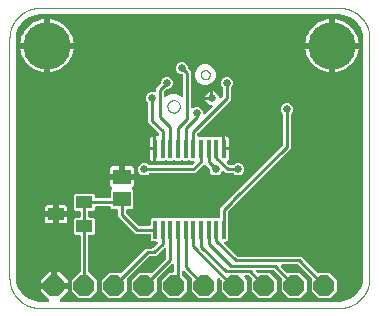
<source format=gbl>
G04 EAGLE Gerber X2 export*
G75*
%MOMM*%
%FSLAX35Y35*%
%LPD*%
%AMOC8*
5,1,8,0,0,1.08239X$1,22.5*%
G01*
%ADD10C,0.076200*%
%ADD11C,0.000000*%
%ADD12R,0.300000X1.600000*%
%ADD13R,1.500000X1.300000*%
%ADD14P,1.924489X8X112.500000*%
%ADD15R,1.400000X1.000000*%
%ADD16C,0.650000*%
%ADD17C,4.016000*%
%ADD18C,0.254000*%

G36*
X326768Y53985D02*
X326768Y53985D01*
X328147Y54114D01*
X328339Y54183D01*
X328542Y54209D01*
X329833Y54719D01*
X331141Y55189D01*
X331311Y55304D01*
X331500Y55379D01*
X332620Y56192D01*
X333774Y56975D01*
X333910Y57128D01*
X334074Y57248D01*
X334959Y58316D01*
X335880Y59359D01*
X335973Y59540D01*
X336103Y59698D01*
X336697Y60956D01*
X337328Y62191D01*
X337373Y62390D01*
X337460Y62575D01*
X337721Y63937D01*
X338027Y65295D01*
X338021Y65499D01*
X338059Y65699D01*
X337974Y67080D01*
X337932Y68474D01*
X337875Y68671D01*
X337863Y68874D01*
X337436Y70194D01*
X337050Y71531D01*
X336947Y71707D01*
X336884Y71901D01*
X336138Y73079D01*
X335436Y74272D01*
X335251Y74483D01*
X335183Y74589D01*
X335030Y74734D01*
X334365Y75489D01*
X266699Y143155D01*
X266699Y165101D01*
X368298Y165101D01*
X369478Y165250D01*
X370663Y165323D01*
X371050Y165448D01*
X371454Y165499D01*
X372560Y165937D01*
X373690Y166302D01*
X374034Y166520D01*
X374413Y166669D01*
X375372Y167366D01*
X376378Y168002D01*
X376658Y168300D01*
X376987Y168538D01*
X377744Y169452D01*
X378559Y170318D01*
X378756Y170674D01*
X379016Y170988D01*
X379523Y172062D01*
X380097Y173103D01*
X380199Y173498D01*
X380373Y173865D01*
X380596Y175030D01*
X380894Y176182D01*
X380933Y176787D01*
X380972Y176989D01*
X380959Y177195D01*
X380998Y177800D01*
X380998Y190502D01*
X381002Y190502D01*
X381002Y177800D01*
X381151Y176620D01*
X381224Y175436D01*
X381349Y175049D01*
X381400Y174644D01*
X381838Y173538D01*
X382203Y172409D01*
X382421Y172064D01*
X382571Y171686D01*
X383267Y170727D01*
X383903Y169720D01*
X384201Y169440D01*
X384439Y169112D01*
X385353Y168355D01*
X386219Y167539D01*
X386575Y167342D01*
X386889Y167082D01*
X387963Y166576D01*
X389004Y166001D01*
X389399Y165899D01*
X389767Y165726D01*
X390932Y165502D01*
X392083Y165204D01*
X392688Y165165D01*
X392891Y165127D01*
X393097Y165139D01*
X393701Y165101D01*
X495300Y165101D01*
X495300Y143155D01*
X427634Y75489D01*
X426785Y74394D01*
X425896Y73322D01*
X425809Y73137D01*
X425684Y72976D01*
X425133Y71703D01*
X424540Y70444D01*
X424501Y70244D01*
X424420Y70057D01*
X424203Y68687D01*
X423941Y67320D01*
X423953Y67117D01*
X423921Y66915D01*
X424051Y65533D01*
X424137Y64145D01*
X424200Y63951D01*
X424219Y63748D01*
X424689Y62439D01*
X425116Y61118D01*
X425225Y60947D01*
X425294Y60754D01*
X426073Y59606D01*
X426816Y58430D01*
X426966Y58289D01*
X427079Y58122D01*
X428117Y57205D01*
X429132Y56249D01*
X429310Y56150D01*
X429463Y56015D01*
X430698Y55384D01*
X431917Y54711D01*
X432115Y54660D01*
X432296Y54567D01*
X433650Y54262D01*
X434996Y53914D01*
X435278Y53896D01*
X435399Y53868D01*
X435608Y53875D01*
X436614Y53810D01*
X2794000Y53810D01*
X2794219Y53838D01*
X2794996Y53849D01*
X2824326Y56158D01*
X2824999Y56297D01*
X2825683Y56339D01*
X2827254Y56740D01*
X2883043Y74867D01*
X2884113Y75371D01*
X2885213Y75804D01*
X2885732Y76132D01*
X2885921Y76221D01*
X2886080Y76353D01*
X2886583Y76671D01*
X2934040Y111150D01*
X2934903Y111961D01*
X2935815Y112712D01*
X2936207Y113185D01*
X2936359Y113328D01*
X2936470Y113502D01*
X2936849Y113960D01*
X2971329Y161417D01*
X2971899Y162454D01*
X2972534Y163450D01*
X2972761Y164022D01*
X2972862Y164204D01*
X2972913Y164403D01*
X2973133Y164957D01*
X2991259Y220746D01*
X2991388Y221420D01*
X2991612Y222069D01*
X2991842Y223673D01*
X2994150Y253003D01*
X2994140Y253225D01*
X2994189Y254000D01*
X2994189Y2286000D01*
X2994162Y2286219D01*
X2994150Y2286996D01*
X2991842Y2316326D01*
X2991703Y2316999D01*
X2991661Y2317683D01*
X2991259Y2319254D01*
X2973133Y2375043D01*
X2972629Y2376113D01*
X2972196Y2377213D01*
X2971868Y2377732D01*
X2971778Y2377921D01*
X2971647Y2378080D01*
X2971329Y2378583D01*
X2936849Y2426040D01*
X2936039Y2426903D01*
X2935288Y2427815D01*
X2934815Y2428207D01*
X2934672Y2428359D01*
X2934498Y2428470D01*
X2934040Y2428849D01*
X2886583Y2463329D01*
X2885546Y2463899D01*
X2884550Y2464534D01*
X2883978Y2464761D01*
X2883795Y2464862D01*
X2883596Y2464913D01*
X2883043Y2465133D01*
X2827254Y2483259D01*
X2826579Y2483388D01*
X2825931Y2483612D01*
X2824326Y2483842D01*
X2794997Y2486150D01*
X2794775Y2486140D01*
X2794000Y2486189D01*
X254000Y2486189D01*
X253781Y2486162D01*
X253003Y2486150D01*
X223673Y2483842D01*
X223001Y2483703D01*
X222317Y2483661D01*
X220746Y2483259D01*
X164957Y2465133D01*
X163886Y2464629D01*
X162787Y2464196D01*
X162268Y2463868D01*
X162078Y2463778D01*
X161919Y2463647D01*
X161417Y2463329D01*
X113960Y2428849D01*
X113097Y2428039D01*
X112185Y2427288D01*
X111793Y2426815D01*
X111641Y2426672D01*
X111530Y2426498D01*
X111150Y2426040D01*
X76671Y2378583D01*
X76101Y2377546D01*
X75466Y2376550D01*
X75239Y2375978D01*
X75138Y2375795D01*
X75087Y2375596D01*
X74867Y2375043D01*
X72914Y2369033D01*
X72914Y2369031D01*
X72913Y2369030D01*
X56740Y2319254D01*
X56612Y2318579D01*
X56388Y2317931D01*
X56158Y2316326D01*
X53849Y2286997D01*
X53860Y2286775D01*
X53810Y2286000D01*
X53810Y254000D01*
X53838Y253781D01*
X53849Y253003D01*
X56158Y223673D01*
X56297Y223001D01*
X56339Y222317D01*
X56740Y220746D01*
X74867Y164957D01*
X75371Y163886D01*
X75804Y162787D01*
X76132Y162268D01*
X76221Y162078D01*
X76353Y161919D01*
X76671Y161417D01*
X111150Y113960D01*
X111961Y113097D01*
X112712Y112185D01*
X113185Y111793D01*
X113328Y111641D01*
X113502Y111530D01*
X113960Y111150D01*
X161417Y76671D01*
X162453Y76101D01*
X163450Y75466D01*
X164022Y75239D01*
X164204Y75138D01*
X164403Y75087D01*
X164957Y74867D01*
X220745Y56740D01*
X221420Y56612D01*
X222068Y56388D01*
X223673Y56158D01*
X253003Y53849D01*
X253225Y53860D01*
X254000Y53810D01*
X325386Y53810D01*
X326768Y53985D01*
G37*
%LPC*%
G36*
X589892Y81599D02*
X589892Y81599D01*
X526099Y145392D01*
X526099Y235608D01*
X589934Y299443D01*
X590780Y299549D01*
X591964Y299623D01*
X592351Y299748D01*
X592756Y299799D01*
X593862Y300236D01*
X594991Y300602D01*
X595336Y300819D01*
X595714Y300969D01*
X596673Y301665D01*
X597680Y302302D01*
X597960Y302599D01*
X598288Y302838D01*
X599045Y303751D01*
X599861Y304617D01*
X600058Y304973D01*
X600318Y305288D01*
X600824Y306362D01*
X601399Y307402D01*
X601501Y307797D01*
X601674Y308165D01*
X601898Y309330D01*
X602196Y310482D01*
X602235Y311087D01*
X602273Y311289D01*
X602261Y311495D01*
X602299Y312100D01*
X602299Y609450D01*
X602150Y610630D01*
X602077Y611814D01*
X601952Y612201D01*
X601901Y612606D01*
X601463Y613712D01*
X601098Y614841D01*
X600880Y615186D01*
X600731Y615564D01*
X600034Y616523D01*
X599398Y617530D01*
X599100Y617810D01*
X598862Y618138D01*
X597948Y618895D01*
X597083Y619711D01*
X596726Y619908D01*
X596412Y620168D01*
X595338Y620674D01*
X594298Y621249D01*
X593903Y621351D01*
X593535Y621524D01*
X592370Y621748D01*
X591218Y622046D01*
X590613Y622085D01*
X590411Y622123D01*
X590205Y622111D01*
X589600Y622149D01*
X555915Y622149D01*
X544199Y633865D01*
X544199Y750435D01*
X555915Y762150D01*
X588800Y762150D01*
X589980Y762299D01*
X591164Y762373D01*
X591551Y762498D01*
X591956Y762549D01*
X593062Y762986D01*
X594191Y763352D01*
X594536Y763569D01*
X594914Y763719D01*
X595873Y764415D01*
X596880Y765052D01*
X597160Y765349D01*
X597488Y765588D01*
X598245Y766501D01*
X599061Y767367D01*
X599258Y767723D01*
X599518Y768038D01*
X600024Y769112D01*
X600599Y770152D01*
X600701Y770547D01*
X600874Y770915D01*
X601098Y772080D01*
X601396Y773232D01*
X601434Y773835D01*
X601473Y774039D01*
X601461Y774245D01*
X601499Y774850D01*
X601499Y812650D01*
X601350Y813830D01*
X601277Y815014D01*
X601152Y815401D01*
X601101Y815806D01*
X600663Y816912D01*
X600298Y818041D01*
X600080Y818386D01*
X599931Y818764D01*
X599234Y819723D01*
X598598Y820730D01*
X598300Y821010D01*
X598062Y821338D01*
X597148Y822095D01*
X596283Y822911D01*
X595926Y823108D01*
X595612Y823368D01*
X594538Y823874D01*
X593498Y824449D01*
X593103Y824551D01*
X592735Y824724D01*
X591570Y824948D01*
X590418Y825246D01*
X589813Y825285D01*
X589611Y825323D01*
X589405Y825311D01*
X588800Y825349D01*
X555915Y825349D01*
X544199Y837065D01*
X544199Y953635D01*
X555915Y965350D01*
X712485Y965350D01*
X724200Y953635D01*
X724200Y940750D01*
X724349Y939570D01*
X724423Y938385D01*
X724548Y937998D01*
X724599Y937594D01*
X725036Y936488D01*
X725402Y935358D01*
X725619Y935014D01*
X725769Y934636D01*
X726465Y933676D01*
X727102Y932670D01*
X727399Y932390D01*
X727638Y932061D01*
X728551Y931304D01*
X729417Y930489D01*
X729773Y930292D01*
X730088Y930032D01*
X731162Y929525D01*
X732202Y928951D01*
X732597Y928849D01*
X732965Y928675D01*
X734130Y928452D01*
X735282Y928154D01*
X735887Y928115D01*
X736089Y928076D01*
X736295Y928089D01*
X736900Y928050D01*
X844800Y928050D01*
X845980Y928199D01*
X847164Y928273D01*
X847551Y928398D01*
X847956Y928449D01*
X849062Y928886D01*
X850191Y929252D01*
X850536Y929469D01*
X850914Y929619D01*
X851873Y930315D01*
X852880Y930952D01*
X853160Y931249D01*
X853488Y931488D01*
X854245Y932401D01*
X855061Y933267D01*
X855258Y933623D01*
X855518Y933938D01*
X856024Y935012D01*
X856599Y936052D01*
X856701Y936447D01*
X856874Y936815D01*
X857098Y937980D01*
X857396Y939132D01*
X857435Y939737D01*
X857473Y939939D01*
X857461Y940145D01*
X857499Y940750D01*
X857499Y994284D01*
X867309Y1004094D01*
X868080Y1005087D01*
X868900Y1006036D01*
X869051Y1006339D01*
X869259Y1006608D01*
X869758Y1007759D01*
X870318Y1008883D01*
X870389Y1009216D01*
X870523Y1009527D01*
X870720Y1010763D01*
X870983Y1011994D01*
X870969Y1012334D01*
X871023Y1012668D01*
X870905Y1013919D01*
X870854Y1015173D01*
X870757Y1015497D01*
X870725Y1015836D01*
X870300Y1017019D01*
X869940Y1018219D01*
X869765Y1018510D01*
X869650Y1018829D01*
X868945Y1019868D01*
X868297Y1020943D01*
X868055Y1021182D01*
X867864Y1021462D01*
X866924Y1022293D01*
X866028Y1023174D01*
X865619Y1023446D01*
X865481Y1023569D01*
X865285Y1023669D01*
X864679Y1024072D01*
X861903Y1025675D01*
X857174Y1030403D01*
X853830Y1036195D01*
X852099Y1042655D01*
X852099Y1085601D01*
X939799Y1085601D01*
X940979Y1085750D01*
X942163Y1085823D01*
X942550Y1085948D01*
X942955Y1085999D01*
X944060Y1086437D01*
X945190Y1086802D01*
X945534Y1087020D01*
X945913Y1087170D01*
X946872Y1087866D01*
X947878Y1088503D01*
X948159Y1088800D01*
X948487Y1089038D01*
X949244Y1089952D01*
X950060Y1090818D01*
X950257Y1091174D01*
X950517Y1091488D01*
X951023Y1092563D01*
X951598Y1093603D01*
X951700Y1093998D01*
X951873Y1094366D01*
X952097Y1095531D01*
X952395Y1096683D01*
X952433Y1097287D01*
X952472Y1097490D01*
X952459Y1097696D01*
X952498Y1098300D01*
X952498Y1111002D01*
X952502Y1111002D01*
X952502Y1098300D01*
X952651Y1097120D01*
X952724Y1095936D01*
X952849Y1095549D01*
X952900Y1095144D01*
X953338Y1094039D01*
X953703Y1092909D01*
X953921Y1092565D01*
X954070Y1092186D01*
X954768Y1091224D01*
X955403Y1090221D01*
X955701Y1089940D01*
X955939Y1089612D01*
X956853Y1088855D01*
X957718Y1088039D01*
X958075Y1087843D01*
X958389Y1087583D01*
X959463Y1087076D01*
X960503Y1086502D01*
X960898Y1086399D01*
X961266Y1086226D01*
X962431Y1086003D01*
X963583Y1085704D01*
X964188Y1085666D01*
X964390Y1085627D01*
X964596Y1085640D01*
X965201Y1085601D01*
X1052900Y1085601D01*
X1052900Y1042655D01*
X1051169Y1036195D01*
X1047825Y1030403D01*
X1043097Y1025675D01*
X1040321Y1024072D01*
X1039323Y1023315D01*
X1038282Y1022609D01*
X1038056Y1022354D01*
X1037787Y1022149D01*
X1037007Y1021166D01*
X1036175Y1020225D01*
X1036021Y1019923D01*
X1035810Y1019657D01*
X1035298Y1018508D01*
X1034728Y1017392D01*
X1034653Y1017062D01*
X1034515Y1016751D01*
X1034305Y1015514D01*
X1034029Y1014289D01*
X1034039Y1013949D01*
X1033982Y1013615D01*
X1034086Y1012365D01*
X1034123Y1011109D01*
X1034218Y1010783D01*
X1034246Y1010445D01*
X1034658Y1009257D01*
X1035006Y1008053D01*
X1035178Y1007761D01*
X1035289Y1007440D01*
X1035982Y1006394D01*
X1036619Y1005311D01*
X1036944Y1004942D01*
X1037046Y1004788D01*
X1037209Y1004642D01*
X1037690Y1004094D01*
X1047500Y994284D01*
X1047500Y847715D01*
X1035785Y835999D01*
X997900Y835999D01*
X996720Y835850D01*
X995535Y835777D01*
X995148Y835652D01*
X994744Y835601D01*
X993638Y835163D01*
X992508Y834798D01*
X992164Y834580D01*
X991786Y834431D01*
X990826Y833734D01*
X989820Y833098D01*
X989540Y832800D01*
X989211Y832562D01*
X988454Y831648D01*
X987639Y830783D01*
X987442Y830426D01*
X987182Y830112D01*
X986675Y829038D01*
X986101Y827998D01*
X985999Y827603D01*
X985825Y827235D01*
X985602Y826070D01*
X985304Y824918D01*
X985265Y824313D01*
X985226Y824111D01*
X985239Y823905D01*
X985200Y823300D01*
X985200Y809305D01*
X985324Y808328D01*
X985353Y807341D01*
X985523Y806754D01*
X985599Y806149D01*
X985961Y805234D01*
X986235Y804284D01*
X986545Y803758D01*
X986769Y803191D01*
X987348Y802393D01*
X987849Y801543D01*
X988516Y800785D01*
X988638Y800617D01*
X988733Y800538D01*
X988920Y800326D01*
X1089325Y699920D01*
X1090103Y699317D01*
X1090823Y698639D01*
X1091357Y698344D01*
X1091838Y697970D01*
X1092743Y697578D01*
X1093608Y697101D01*
X1094199Y696948D01*
X1094758Y696706D01*
X1095730Y696552D01*
X1096687Y696304D01*
X1097695Y696239D01*
X1097899Y696207D01*
X1098022Y696218D01*
X1098305Y696200D01*
X1183300Y696200D01*
X1184480Y696349D01*
X1185664Y696423D01*
X1186051Y696548D01*
X1186456Y696599D01*
X1187562Y697036D01*
X1188691Y697402D01*
X1189036Y697619D01*
X1189414Y697769D01*
X1190373Y698465D01*
X1191380Y699102D01*
X1191660Y699399D01*
X1191988Y699638D01*
X1192745Y700551D01*
X1193561Y701417D01*
X1193758Y701773D01*
X1194018Y702088D01*
X1194524Y703162D01*
X1195099Y704202D01*
X1195201Y704597D01*
X1195374Y704965D01*
X1195598Y706130D01*
X1195896Y707282D01*
X1195935Y707887D01*
X1195973Y708089D01*
X1195961Y708295D01*
X1195999Y708900D01*
X1195999Y751785D01*
X1207715Y763500D01*
X1254284Y763500D01*
X1254519Y763265D01*
X1255458Y762537D01*
X1256349Y761750D01*
X1256712Y761564D01*
X1257033Y761315D01*
X1258123Y760843D01*
X1259181Y760302D01*
X1259578Y760213D01*
X1259952Y760051D01*
X1261124Y759864D01*
X1262285Y759603D01*
X1262693Y759615D01*
X1263094Y759552D01*
X1264275Y759663D01*
X1265464Y759698D01*
X1265856Y759811D01*
X1266261Y759849D01*
X1267377Y760250D01*
X1268521Y760580D01*
X1268873Y760787D01*
X1269255Y760924D01*
X1270236Y761590D01*
X1271262Y762194D01*
X1271716Y762593D01*
X1271888Y762709D01*
X1272025Y762865D01*
X1272479Y763265D01*
X1272715Y763500D01*
X1319284Y763500D01*
X1319519Y763265D01*
X1320458Y762537D01*
X1321349Y761750D01*
X1321712Y761564D01*
X1322033Y761315D01*
X1323123Y760843D01*
X1324181Y760302D01*
X1324578Y760213D01*
X1324952Y760051D01*
X1326124Y759864D01*
X1327285Y759603D01*
X1327693Y759615D01*
X1328094Y759552D01*
X1329275Y759663D01*
X1330464Y759698D01*
X1330856Y759811D01*
X1331261Y759849D01*
X1332377Y760250D01*
X1333521Y760580D01*
X1333873Y760787D01*
X1334255Y760924D01*
X1335236Y761590D01*
X1336262Y762194D01*
X1336716Y762593D01*
X1336888Y762709D01*
X1337025Y762865D01*
X1337479Y763265D01*
X1337715Y763500D01*
X1384284Y763500D01*
X1384519Y763265D01*
X1385458Y762537D01*
X1386349Y761750D01*
X1386712Y761564D01*
X1387033Y761315D01*
X1388123Y760843D01*
X1389181Y760302D01*
X1389578Y760213D01*
X1389952Y760051D01*
X1391124Y759864D01*
X1392285Y759603D01*
X1392693Y759615D01*
X1393094Y759552D01*
X1394275Y759663D01*
X1395464Y759698D01*
X1395856Y759811D01*
X1396261Y759849D01*
X1397377Y760250D01*
X1398521Y760580D01*
X1398873Y760787D01*
X1399255Y760924D01*
X1400236Y761590D01*
X1401262Y762194D01*
X1401716Y762593D01*
X1401888Y762709D01*
X1402025Y762865D01*
X1402479Y763265D01*
X1402715Y763500D01*
X1449284Y763500D01*
X1449519Y763265D01*
X1450458Y762537D01*
X1451349Y761750D01*
X1451712Y761564D01*
X1452033Y761315D01*
X1453123Y760843D01*
X1454181Y760302D01*
X1454578Y760213D01*
X1454952Y760051D01*
X1456124Y759864D01*
X1457285Y759603D01*
X1457693Y759615D01*
X1458094Y759552D01*
X1459275Y759663D01*
X1460464Y759698D01*
X1460856Y759811D01*
X1461261Y759849D01*
X1462377Y760250D01*
X1463521Y760580D01*
X1463873Y760787D01*
X1464255Y760924D01*
X1465236Y761590D01*
X1466262Y762194D01*
X1466716Y762593D01*
X1466888Y762709D01*
X1467025Y762865D01*
X1467479Y763265D01*
X1467715Y763500D01*
X1514284Y763500D01*
X1514519Y763265D01*
X1515458Y762537D01*
X1516349Y761750D01*
X1516712Y761564D01*
X1517033Y761315D01*
X1518123Y760843D01*
X1519181Y760302D01*
X1519578Y760213D01*
X1519952Y760051D01*
X1521124Y759864D01*
X1522285Y759603D01*
X1522693Y759615D01*
X1523094Y759552D01*
X1524275Y759663D01*
X1525464Y759698D01*
X1525856Y759811D01*
X1526261Y759849D01*
X1527377Y760250D01*
X1528521Y760580D01*
X1528873Y760787D01*
X1529255Y760924D01*
X1530236Y761590D01*
X1531262Y762194D01*
X1531716Y762593D01*
X1531888Y762709D01*
X1532025Y762865D01*
X1532479Y763265D01*
X1532715Y763500D01*
X1579284Y763500D01*
X1579519Y763265D01*
X1580458Y762537D01*
X1581349Y761750D01*
X1581712Y761564D01*
X1582033Y761315D01*
X1583123Y760843D01*
X1584181Y760302D01*
X1584578Y760213D01*
X1584952Y760051D01*
X1586124Y759864D01*
X1587285Y759603D01*
X1587693Y759615D01*
X1588094Y759552D01*
X1589275Y759663D01*
X1590464Y759698D01*
X1590856Y759811D01*
X1591261Y759849D01*
X1592377Y760250D01*
X1593521Y760580D01*
X1593873Y760787D01*
X1594255Y760924D01*
X1595236Y761590D01*
X1596262Y762194D01*
X1596716Y762593D01*
X1596888Y762709D01*
X1597025Y762865D01*
X1597479Y763265D01*
X1597715Y763500D01*
X1644284Y763500D01*
X1644519Y763265D01*
X1645458Y762537D01*
X1646349Y761750D01*
X1646712Y761564D01*
X1647033Y761315D01*
X1648123Y760843D01*
X1649181Y760302D01*
X1649578Y760213D01*
X1649952Y760051D01*
X1651124Y759864D01*
X1652285Y759603D01*
X1652693Y759615D01*
X1653094Y759552D01*
X1654275Y759663D01*
X1655464Y759698D01*
X1655856Y759811D01*
X1656261Y759849D01*
X1657377Y760250D01*
X1658521Y760580D01*
X1658873Y760787D01*
X1659255Y760924D01*
X1660236Y761590D01*
X1661262Y762194D01*
X1661716Y762593D01*
X1661888Y762709D01*
X1662025Y762865D01*
X1662479Y763265D01*
X1662715Y763500D01*
X1709284Y763500D01*
X1709519Y763265D01*
X1710458Y762537D01*
X1711349Y761750D01*
X1711712Y761564D01*
X1712033Y761315D01*
X1713123Y760843D01*
X1714181Y760302D01*
X1714578Y760213D01*
X1714952Y760051D01*
X1716124Y759864D01*
X1717285Y759603D01*
X1717693Y759615D01*
X1718094Y759552D01*
X1719275Y759663D01*
X1720464Y759698D01*
X1720856Y759811D01*
X1721261Y759849D01*
X1722377Y760250D01*
X1723521Y760580D01*
X1723873Y760787D01*
X1724255Y760924D01*
X1725236Y761590D01*
X1726262Y762194D01*
X1726716Y762593D01*
X1726888Y762709D01*
X1727025Y762865D01*
X1727479Y763265D01*
X1727715Y763500D01*
X1770600Y763500D01*
X1771780Y763649D01*
X1772964Y763723D01*
X1773351Y763848D01*
X1773756Y763899D01*
X1774862Y764336D01*
X1775991Y764702D01*
X1776336Y764919D01*
X1776714Y765069D01*
X1777673Y765765D01*
X1778680Y766402D01*
X1778960Y766699D01*
X1779288Y766938D01*
X1780045Y767851D01*
X1780861Y768717D01*
X1781058Y769073D01*
X1781318Y769388D01*
X1781824Y770462D01*
X1782399Y771502D01*
X1782501Y771897D01*
X1782674Y772265D01*
X1782898Y773430D01*
X1783196Y774582D01*
X1783235Y775187D01*
X1783273Y775389D01*
X1783261Y775595D01*
X1783299Y776200D01*
X1783299Y845295D01*
X1836830Y898825D01*
X1836831Y898827D01*
X2313080Y1375076D01*
X2313683Y1375853D01*
X2314361Y1376573D01*
X2314656Y1377107D01*
X2315030Y1377589D01*
X2315421Y1378493D01*
X2315899Y1379358D01*
X2316052Y1379950D01*
X2316294Y1380508D01*
X2316448Y1381481D01*
X2316696Y1382438D01*
X2316760Y1383446D01*
X2316793Y1383650D01*
X2316781Y1383773D01*
X2316799Y1384055D01*
X2316799Y1635943D01*
X2316676Y1636921D01*
X2316647Y1637908D01*
X2316477Y1638495D01*
X2316401Y1639099D01*
X2316039Y1640015D01*
X2315765Y1640964D01*
X2315455Y1641491D01*
X2315231Y1642057D01*
X2314652Y1642855D01*
X2314151Y1643706D01*
X2313484Y1644463D01*
X2313362Y1644632D01*
X2313266Y1644711D01*
X2313080Y1644923D01*
X2304992Y1653010D01*
X2296999Y1672307D01*
X2296999Y1693193D01*
X2304992Y1712489D01*
X2319760Y1727258D01*
X2339057Y1735250D01*
X2359943Y1735250D01*
X2379239Y1727258D01*
X2394008Y1712489D01*
X2402000Y1693193D01*
X2402000Y1672307D01*
X2394008Y1653010D01*
X2385920Y1644923D01*
X2385317Y1644145D01*
X2384639Y1643426D01*
X2384344Y1642891D01*
X2383970Y1642410D01*
X2383578Y1641505D01*
X2383101Y1640641D01*
X2382948Y1640049D01*
X2382706Y1639490D01*
X2382552Y1638518D01*
X2382304Y1637561D01*
X2382239Y1636553D01*
X2382207Y1636349D01*
X2382218Y1636226D01*
X2382200Y1635943D01*
X2382200Y1351704D01*
X1883080Y852584D01*
X1883075Y852580D01*
X1852420Y821924D01*
X1851816Y821145D01*
X1851139Y820427D01*
X1850843Y819892D01*
X1850470Y819411D01*
X1850078Y818507D01*
X1849601Y817642D01*
X1849448Y817051D01*
X1849206Y816492D01*
X1849051Y815517D01*
X1848804Y814562D01*
X1848739Y813554D01*
X1848707Y813350D01*
X1848718Y813227D01*
X1848700Y812944D01*
X1848700Y759345D01*
X1848824Y758367D01*
X1848853Y757380D01*
X1849023Y756793D01*
X1849099Y756189D01*
X1849461Y755273D01*
X1849735Y754323D01*
X1850045Y753797D01*
X1850269Y753231D01*
X1850848Y752433D01*
X1851000Y752174D01*
X1851000Y575215D01*
X1839285Y563499D01*
X1831155Y563499D01*
X1829773Y563325D01*
X1828393Y563195D01*
X1828202Y563127D01*
X1827999Y563101D01*
X1826708Y562590D01*
X1825399Y562120D01*
X1825230Y562005D01*
X1825041Y561931D01*
X1823921Y561118D01*
X1822766Y560335D01*
X1822631Y560181D01*
X1822466Y560062D01*
X1821581Y558993D01*
X1820660Y557951D01*
X1820568Y557770D01*
X1820437Y557612D01*
X1819843Y556353D01*
X1819212Y555118D01*
X1819168Y554919D01*
X1819080Y554735D01*
X1818819Y553373D01*
X1818513Y552015D01*
X1818520Y551810D01*
X1818481Y551611D01*
X1818567Y550230D01*
X1818608Y548835D01*
X1818665Y548638D01*
X1818678Y548436D01*
X1819104Y547116D01*
X1819490Y545779D01*
X1819594Y545603D01*
X1819657Y545409D01*
X1820402Y544230D01*
X1821104Y543038D01*
X1821290Y542827D01*
X1821357Y542720D01*
X1821510Y542576D01*
X1822175Y541820D01*
X1924676Y439320D01*
X1925453Y438717D01*
X1926173Y438039D01*
X1926708Y437743D01*
X1927189Y437370D01*
X1928092Y436979D01*
X1928958Y436501D01*
X1929550Y436348D01*
X1930108Y436106D01*
X1931081Y435952D01*
X1932038Y435704D01*
X1933046Y435639D01*
X1933250Y435607D01*
X1933373Y435618D01*
X1933655Y435600D01*
X2468145Y435600D01*
X2491020Y412726D01*
X2604139Y299607D01*
X2605077Y298879D01*
X2605968Y298091D01*
X2606330Y297906D01*
X2606652Y297657D01*
X2607742Y297185D01*
X2608801Y296643D01*
X2609198Y296554D01*
X2609571Y296393D01*
X2610742Y296207D01*
X2611904Y295945D01*
X2612312Y295957D01*
X2612713Y295893D01*
X2613895Y296004D01*
X2615084Y296040D01*
X2615475Y296153D01*
X2615880Y296191D01*
X2616997Y296592D01*
X2618140Y296922D01*
X2618491Y297128D01*
X2618874Y297266D01*
X2619858Y297933D01*
X2620882Y298536D01*
X2621336Y298935D01*
X2621507Y299052D01*
X2621644Y299207D01*
X2621864Y299400D01*
X2712108Y299400D01*
X2775900Y235608D01*
X2775900Y145392D01*
X2712108Y81599D01*
X2621892Y81599D01*
X2558099Y145392D01*
X2558099Y235667D01*
X2558621Y236339D01*
X2559408Y237230D01*
X2559523Y237455D01*
X2559551Y237489D01*
X2559610Y237615D01*
X2559843Y237914D01*
X2560315Y239005D01*
X2560856Y240063D01*
X2560945Y240460D01*
X2561107Y240833D01*
X2561293Y242006D01*
X2561555Y243166D01*
X2561543Y243574D01*
X2561606Y243975D01*
X2561495Y245157D01*
X2561460Y246346D01*
X2561347Y246737D01*
X2561309Y247143D01*
X2560907Y248263D01*
X2560578Y249403D01*
X2560372Y249752D01*
X2560234Y250136D01*
X2559566Y251122D01*
X2558964Y252144D01*
X2558565Y252598D01*
X2558448Y252769D01*
X2558293Y252906D01*
X2557893Y253361D01*
X2444774Y366480D01*
X2443997Y367083D01*
X2443277Y367761D01*
X2442742Y368057D01*
X2442261Y368430D01*
X2441358Y368820D01*
X2440492Y369299D01*
X2439900Y369452D01*
X2439342Y369694D01*
X2438369Y369848D01*
X2437412Y370096D01*
X2436404Y370160D01*
X2436200Y370193D01*
X2436077Y370181D01*
X2435794Y370199D01*
X2310205Y370199D01*
X2308823Y370025D01*
X2307443Y369895D01*
X2307252Y369827D01*
X2307049Y369801D01*
X2305758Y369290D01*
X2304449Y368820D01*
X2304280Y368705D01*
X2304091Y368631D01*
X2302971Y367818D01*
X2301816Y367035D01*
X2301681Y366881D01*
X2301516Y366762D01*
X2300631Y365693D01*
X2299710Y364651D01*
X2299618Y364470D01*
X2299487Y364312D01*
X2298893Y363053D01*
X2298262Y361818D01*
X2298218Y361619D01*
X2298130Y361435D01*
X2297869Y360073D01*
X2297563Y358715D01*
X2297570Y358510D01*
X2297531Y358311D01*
X2297617Y356930D01*
X2297658Y355535D01*
X2297715Y355338D01*
X2297728Y355136D01*
X2298153Y353821D01*
X2298540Y352479D01*
X2298644Y352302D01*
X2298707Y352109D01*
X2299450Y350933D01*
X2300154Y349738D01*
X2300340Y349527D01*
X2300407Y349420D01*
X2300560Y349276D01*
X2301225Y348520D01*
X2350139Y299607D01*
X2351077Y298879D01*
X2351968Y298091D01*
X2352330Y297906D01*
X2352652Y297657D01*
X2353742Y297185D01*
X2354801Y296643D01*
X2355198Y296554D01*
X2355571Y296393D01*
X2356742Y296207D01*
X2357904Y295945D01*
X2358312Y295957D01*
X2358713Y295893D01*
X2359895Y296004D01*
X2361084Y296040D01*
X2361475Y296153D01*
X2361880Y296191D01*
X2362997Y296592D01*
X2364140Y296922D01*
X2364491Y297128D01*
X2364874Y297266D01*
X2365858Y297933D01*
X2366882Y298536D01*
X2367336Y298935D01*
X2367507Y299052D01*
X2367644Y299207D01*
X2367864Y299400D01*
X2458108Y299400D01*
X2521900Y235608D01*
X2521900Y145392D01*
X2458108Y81599D01*
X2367892Y81599D01*
X2304099Y145392D01*
X2304099Y235667D01*
X2304621Y236339D01*
X2305408Y237230D01*
X2305523Y237455D01*
X2305551Y237489D01*
X2305610Y237615D01*
X2305843Y237914D01*
X2306315Y239005D01*
X2306856Y240063D01*
X2306945Y240460D01*
X2307107Y240833D01*
X2307293Y242006D01*
X2307555Y243166D01*
X2307543Y243574D01*
X2307606Y243975D01*
X2307495Y245157D01*
X2307460Y246346D01*
X2307347Y246737D01*
X2307309Y247143D01*
X2306907Y248263D01*
X2306578Y249403D01*
X2306372Y249752D01*
X2306234Y250136D01*
X2305566Y251122D01*
X2304964Y252144D01*
X2304565Y252598D01*
X2304448Y252769D01*
X2304293Y252906D01*
X2303893Y253361D01*
X2236174Y321080D01*
X2235397Y321683D01*
X2234677Y322361D01*
X2234142Y322657D01*
X2233661Y323030D01*
X2232758Y323420D01*
X2231892Y323899D01*
X2231300Y324052D01*
X2230742Y324294D01*
X2229769Y324448D01*
X2228812Y324696D01*
X2227804Y324760D01*
X2227600Y324793D01*
X2227477Y324781D01*
X2227194Y324799D01*
X2101605Y324799D01*
X2100223Y324625D01*
X2098843Y324495D01*
X2098652Y324427D01*
X2098449Y324401D01*
X2097158Y323890D01*
X2095849Y323420D01*
X2095680Y323305D01*
X2095491Y323231D01*
X2094371Y322418D01*
X2093216Y321635D01*
X2093081Y321481D01*
X2092916Y321362D01*
X2092031Y320293D01*
X2091110Y319251D01*
X2091018Y319070D01*
X2090887Y318912D01*
X2090293Y317653D01*
X2089662Y316418D01*
X2089618Y316219D01*
X2089530Y316035D01*
X2089269Y314673D01*
X2088963Y313315D01*
X2088970Y313110D01*
X2088931Y312911D01*
X2089017Y311530D01*
X2089058Y310135D01*
X2089115Y309938D01*
X2089128Y309736D01*
X2089553Y308421D01*
X2089940Y307079D01*
X2090044Y306902D01*
X2090107Y306709D01*
X2090850Y305533D01*
X2091554Y304338D01*
X2091740Y304127D01*
X2091807Y304020D01*
X2091960Y303876D01*
X2092625Y303120D01*
X2096139Y299607D01*
X2097077Y298879D01*
X2097968Y298091D01*
X2098330Y297906D01*
X2098652Y297657D01*
X2099742Y297185D01*
X2100801Y296643D01*
X2101198Y296554D01*
X2101571Y296393D01*
X2102742Y296207D01*
X2103904Y295945D01*
X2104312Y295957D01*
X2104713Y295893D01*
X2105895Y296004D01*
X2107084Y296040D01*
X2107475Y296153D01*
X2107880Y296191D01*
X2108997Y296592D01*
X2110140Y296922D01*
X2110491Y297128D01*
X2110874Y297266D01*
X2111858Y297933D01*
X2112882Y298536D01*
X2113336Y298935D01*
X2113507Y299052D01*
X2113644Y299207D01*
X2113864Y299400D01*
X2204108Y299400D01*
X2267900Y235608D01*
X2267900Y145392D01*
X2204108Y81599D01*
X2113892Y81599D01*
X2050099Y145392D01*
X2050099Y235667D01*
X2050621Y236339D01*
X2051408Y237230D01*
X2051523Y237455D01*
X2051551Y237489D01*
X2051610Y237615D01*
X2051843Y237914D01*
X2052315Y239005D01*
X2052856Y240063D01*
X2052945Y240460D01*
X2053107Y240833D01*
X2053293Y242007D01*
X2053555Y243167D01*
X2053543Y243574D01*
X2053606Y243975D01*
X2053495Y245156D01*
X2053460Y246346D01*
X2053347Y246738D01*
X2053309Y247143D01*
X2052907Y248263D01*
X2052578Y249403D01*
X2052372Y249752D01*
X2052234Y250136D01*
X2051566Y251122D01*
X2050964Y252144D01*
X2050564Y252598D01*
X2050448Y252769D01*
X2050294Y252906D01*
X2049893Y253361D01*
X2027574Y275680D01*
X2026795Y276284D01*
X2026077Y276961D01*
X2025542Y277256D01*
X2025061Y277630D01*
X2024157Y278021D01*
X2023292Y278499D01*
X2022701Y278652D01*
X2022142Y278894D01*
X2021167Y279049D01*
X2020212Y279296D01*
X2019204Y279360D01*
X2019000Y279393D01*
X2018877Y279381D01*
X2018594Y279399D01*
X2000768Y279399D01*
X1999387Y279225D01*
X1998006Y279095D01*
X1997814Y279027D01*
X1997612Y279001D01*
X1996322Y278491D01*
X1995012Y278020D01*
X1994843Y277905D01*
X1994653Y277831D01*
X1993533Y277018D01*
X1992379Y276235D01*
X1992243Y276081D01*
X1992079Y275962D01*
X1991194Y274893D01*
X1990273Y273851D01*
X1990180Y273670D01*
X1990050Y273512D01*
X1989456Y272253D01*
X1988825Y271018D01*
X1988780Y270819D01*
X1988693Y270635D01*
X1988432Y269272D01*
X1988126Y267915D01*
X1988132Y267710D01*
X1988094Y267511D01*
X1988179Y266130D01*
X1988221Y264735D01*
X1988278Y264538D01*
X1988290Y264336D01*
X1988717Y263017D01*
X1989103Y261679D01*
X1989207Y261503D01*
X1989269Y261309D01*
X1990015Y260130D01*
X1990717Y258938D01*
X1990903Y258726D01*
X1990970Y258620D01*
X1991123Y258476D01*
X1991788Y257720D01*
X2013900Y235608D01*
X2013900Y145392D01*
X1950108Y81599D01*
X1859892Y81599D01*
X1796099Y145392D01*
X1796099Y229363D01*
X1795976Y230341D01*
X1795947Y231328D01*
X1795777Y231915D01*
X1795701Y232519D01*
X1795338Y233435D01*
X1795065Y234384D01*
X1794755Y234910D01*
X1794531Y235477D01*
X1793952Y236274D01*
X1793451Y237126D01*
X1792783Y237885D01*
X1792662Y238052D01*
X1792568Y238130D01*
X1792380Y238343D01*
X1781580Y249143D01*
X1780482Y249995D01*
X1779412Y250882D01*
X1779227Y250969D01*
X1779066Y251093D01*
X1777792Y251645D01*
X1776534Y252238D01*
X1776334Y252277D01*
X1776147Y252358D01*
X1774776Y252575D01*
X1773410Y252837D01*
X1773207Y252825D01*
X1773005Y252857D01*
X1771618Y252727D01*
X1770235Y252641D01*
X1770043Y252578D01*
X1769838Y252559D01*
X1768525Y252088D01*
X1767208Y251662D01*
X1767036Y251553D01*
X1766844Y251484D01*
X1765698Y250707D01*
X1764520Y249962D01*
X1764379Y249812D01*
X1764212Y249698D01*
X1763295Y248661D01*
X1762339Y247646D01*
X1762240Y247468D01*
X1762105Y247315D01*
X1761474Y246080D01*
X1760801Y244861D01*
X1760750Y244663D01*
X1760657Y244482D01*
X1760352Y243128D01*
X1760004Y241782D01*
X1759986Y241500D01*
X1759958Y241379D01*
X1759965Y241170D01*
X1759900Y240164D01*
X1759900Y145392D01*
X1696108Y81599D01*
X1605892Y81599D01*
X1542099Y145392D01*
X1542099Y235667D01*
X1542621Y236339D01*
X1543408Y237230D01*
X1543523Y237455D01*
X1543551Y237489D01*
X1543610Y237615D01*
X1543843Y237914D01*
X1544315Y239005D01*
X1544856Y240063D01*
X1544945Y240460D01*
X1545107Y240833D01*
X1545293Y242006D01*
X1545555Y243166D01*
X1545543Y243574D01*
X1545606Y243975D01*
X1545495Y245157D01*
X1545460Y246346D01*
X1545347Y246737D01*
X1545309Y247143D01*
X1544907Y248263D01*
X1544578Y249403D01*
X1544372Y249752D01*
X1544234Y250136D01*
X1543566Y251122D01*
X1542964Y252144D01*
X1542565Y252598D01*
X1542448Y252769D01*
X1542293Y252906D01*
X1541893Y253361D01*
X1481178Y314076D01*
X1481176Y314078D01*
X1480381Y314873D01*
X1479284Y315725D01*
X1478212Y316613D01*
X1478028Y316700D01*
X1477868Y316823D01*
X1476595Y317375D01*
X1475334Y317969D01*
X1475135Y318008D01*
X1474949Y318088D01*
X1473576Y318307D01*
X1472210Y318568D01*
X1472008Y318556D01*
X1471808Y318588D01*
X1470421Y318458D01*
X1469035Y318372D01*
X1468843Y318310D01*
X1468640Y318291D01*
X1467329Y317820D01*
X1466008Y317393D01*
X1465837Y317285D01*
X1465646Y317216D01*
X1464498Y316438D01*
X1463320Y315693D01*
X1463180Y315545D01*
X1463013Y315431D01*
X1462094Y314391D01*
X1461139Y313378D01*
X1461041Y313200D01*
X1460906Y313048D01*
X1460273Y311810D01*
X1459601Y310593D01*
X1459550Y310396D01*
X1459458Y310216D01*
X1459152Y308858D01*
X1458804Y307513D01*
X1458786Y307233D01*
X1458759Y307113D01*
X1458765Y306905D01*
X1458700Y305895D01*
X1458700Y288068D01*
X1458824Y287090D01*
X1458853Y286103D01*
X1459023Y285517D01*
X1459099Y284912D01*
X1459462Y283994D01*
X1459735Y283047D01*
X1460044Y282521D01*
X1460269Y281954D01*
X1460849Y281155D01*
X1461349Y280305D01*
X1462016Y279547D01*
X1462138Y279379D01*
X1462233Y279301D01*
X1462420Y279088D01*
X1505900Y235608D01*
X1505900Y145392D01*
X1442108Y81599D01*
X1351892Y81599D01*
X1288099Y145392D01*
X1288099Y235608D01*
X1351892Y299400D01*
X1380600Y299400D01*
X1381780Y299549D01*
X1382964Y299623D01*
X1383351Y299748D01*
X1383756Y299799D01*
X1384862Y300236D01*
X1385991Y300602D01*
X1386336Y300819D01*
X1386714Y300969D01*
X1387673Y301665D01*
X1388680Y302302D01*
X1388960Y302599D01*
X1389288Y302838D01*
X1390045Y303751D01*
X1390861Y304617D01*
X1391058Y304973D01*
X1391318Y305288D01*
X1391824Y306362D01*
X1392399Y307402D01*
X1392501Y307797D01*
X1392674Y308165D01*
X1392898Y309330D01*
X1393196Y310482D01*
X1393235Y311087D01*
X1393273Y311289D01*
X1393261Y311495D01*
X1393299Y312100D01*
X1393299Y363895D01*
X1393126Y365271D01*
X1392995Y366659D01*
X1392926Y366850D01*
X1392901Y367051D01*
X1392390Y368342D01*
X1391919Y369653D01*
X1391805Y369821D01*
X1391731Y370009D01*
X1390917Y371130D01*
X1390133Y372285D01*
X1389980Y372420D01*
X1389862Y372583D01*
X1388793Y373468D01*
X1387749Y374391D01*
X1387568Y374483D01*
X1387412Y374613D01*
X1386153Y375206D01*
X1384916Y375838D01*
X1384718Y375883D01*
X1384535Y375969D01*
X1383168Y376231D01*
X1381813Y376536D01*
X1381610Y376530D01*
X1381411Y376568D01*
X1380021Y376483D01*
X1378633Y376441D01*
X1378438Y376385D01*
X1378236Y376372D01*
X1376912Y375944D01*
X1375577Y375558D01*
X1375402Y375456D01*
X1375209Y375393D01*
X1374030Y374648D01*
X1372835Y373944D01*
X1372625Y373759D01*
X1372520Y373693D01*
X1372377Y373541D01*
X1371618Y372873D01*
X1370824Y372078D01*
X1370823Y372077D01*
X1252107Y253361D01*
X1251379Y252423D01*
X1250591Y251532D01*
X1250406Y251170D01*
X1250157Y250848D01*
X1249685Y249758D01*
X1249143Y248699D01*
X1249054Y248301D01*
X1248893Y247928D01*
X1248707Y246758D01*
X1248445Y245596D01*
X1248457Y245188D01*
X1248393Y244787D01*
X1248504Y243605D01*
X1248540Y242416D01*
X1248653Y242025D01*
X1248691Y241620D01*
X1249092Y240503D01*
X1249422Y239359D01*
X1249628Y239008D01*
X1249766Y238626D01*
X1250433Y237642D01*
X1251036Y236618D01*
X1251328Y236286D01*
X1251369Y236221D01*
X1251445Y236149D01*
X1251552Y235993D01*
X1251707Y235856D01*
X1251900Y235636D01*
X1251900Y145392D01*
X1188108Y81599D01*
X1097892Y81599D01*
X1034099Y145392D01*
X1034099Y235608D01*
X1097892Y299400D01*
X1188167Y299400D01*
X1188839Y298879D01*
X1189730Y298092D01*
X1190093Y297906D01*
X1190414Y297657D01*
X1191505Y297185D01*
X1192563Y296644D01*
X1192960Y296554D01*
X1193333Y296393D01*
X1194506Y296206D01*
X1195666Y295945D01*
X1196074Y295957D01*
X1196475Y295893D01*
X1197657Y296004D01*
X1198846Y296040D01*
X1199237Y296153D01*
X1199643Y296191D01*
X1200760Y296592D01*
X1201903Y296922D01*
X1202253Y297128D01*
X1202636Y297266D01*
X1203620Y297933D01*
X1204644Y298536D01*
X1205098Y298935D01*
X1205269Y299051D01*
X1205406Y299207D01*
X1205861Y299607D01*
X1324580Y418326D01*
X1325183Y419103D01*
X1325861Y419823D01*
X1326157Y420358D01*
X1326530Y420839D01*
X1326921Y421742D01*
X1327399Y422608D01*
X1327552Y423200D01*
X1327794Y423758D01*
X1327948Y424731D01*
X1328196Y425688D01*
X1328260Y426696D01*
X1328293Y426900D01*
X1328281Y427023D01*
X1328299Y427305D01*
X1328299Y495145D01*
X1328125Y496527D01*
X1327995Y497907D01*
X1327927Y498098D01*
X1327901Y498301D01*
X1327390Y499592D01*
X1326920Y500901D01*
X1326805Y501070D01*
X1326731Y501259D01*
X1325918Y502379D01*
X1325135Y503533D01*
X1324981Y503669D01*
X1324862Y503833D01*
X1323793Y504719D01*
X1322751Y505640D01*
X1322570Y505732D01*
X1322412Y505863D01*
X1321153Y506456D01*
X1319918Y507088D01*
X1319719Y507132D01*
X1319535Y507219D01*
X1318173Y507481D01*
X1316815Y507786D01*
X1316610Y507780D01*
X1316411Y507818D01*
X1315030Y507733D01*
X1313635Y507692D01*
X1313438Y507635D01*
X1313236Y507622D01*
X1311917Y507196D01*
X1310579Y506809D01*
X1310403Y506706D01*
X1310209Y506643D01*
X1309030Y505898D01*
X1307838Y505196D01*
X1307626Y505010D01*
X1307520Y504943D01*
X1307376Y504790D01*
X1306620Y504125D01*
X1263875Y461380D01*
X1263874Y461378D01*
X1241001Y438505D01*
X1188511Y438505D01*
X1187533Y438382D01*
X1186546Y438352D01*
X1185959Y438183D01*
X1185355Y438107D01*
X1184439Y437744D01*
X1183490Y437470D01*
X1182963Y437160D01*
X1182397Y436936D01*
X1181599Y436357D01*
X1180748Y435856D01*
X1179991Y435190D01*
X1179823Y435068D01*
X1179743Y434972D01*
X1179531Y434785D01*
X998107Y253361D01*
X997379Y252423D01*
X996591Y251532D01*
X996406Y251170D01*
X996157Y250848D01*
X995685Y249758D01*
X995143Y248699D01*
X995054Y248301D01*
X994893Y247928D01*
X994707Y246758D01*
X994445Y245596D01*
X994457Y245188D01*
X994393Y244787D01*
X994504Y243605D01*
X994540Y242416D01*
X994653Y242025D01*
X994691Y241620D01*
X995092Y240503D01*
X995422Y239359D01*
X995628Y239008D01*
X995766Y238626D01*
X996433Y237642D01*
X997036Y236618D01*
X997328Y236286D01*
X997369Y236221D01*
X997445Y236149D01*
X997552Y235993D01*
X997707Y235856D01*
X997900Y235636D01*
X997900Y145392D01*
X934108Y81599D01*
X843892Y81599D01*
X780099Y145392D01*
X780099Y235608D01*
X843892Y299400D01*
X934167Y299400D01*
X934839Y298879D01*
X935730Y298092D01*
X936093Y297906D01*
X936414Y297657D01*
X937505Y297185D01*
X938563Y296644D01*
X938960Y296554D01*
X939333Y296393D01*
X940506Y296206D01*
X941666Y295945D01*
X942074Y295957D01*
X942475Y295893D01*
X943657Y296004D01*
X944846Y296040D01*
X945237Y296153D01*
X945643Y296191D01*
X946760Y296592D01*
X947903Y296922D01*
X948253Y297128D01*
X948636Y297266D01*
X949620Y297933D01*
X950644Y298536D01*
X951098Y298935D01*
X951269Y299051D01*
X951406Y299207D01*
X951861Y299607D01*
X1133285Y481031D01*
X1156160Y503906D01*
X1208650Y503906D01*
X1209628Y504029D01*
X1210615Y504059D01*
X1211202Y504228D01*
X1211806Y504304D01*
X1212722Y504667D01*
X1213671Y504941D01*
X1214198Y505251D01*
X1214764Y505475D01*
X1215562Y506054D01*
X1216413Y506555D01*
X1217171Y507222D01*
X1217338Y507343D01*
X1217417Y507438D01*
X1217630Y507625D01*
X1251825Y541820D01*
X1252677Y542918D01*
X1253563Y543988D01*
X1253650Y544173D01*
X1253775Y544333D01*
X1254326Y545606D01*
X1254919Y546865D01*
X1254958Y547066D01*
X1255039Y547253D01*
X1255256Y548623D01*
X1255518Y549989D01*
X1255506Y550193D01*
X1255538Y550394D01*
X1255408Y551781D01*
X1255322Y553164D01*
X1255260Y553357D01*
X1255241Y553562D01*
X1254768Y554876D01*
X1254343Y556191D01*
X1254234Y556363D01*
X1254165Y556556D01*
X1253387Y557704D01*
X1252643Y558880D01*
X1252493Y559020D01*
X1252380Y559188D01*
X1251343Y560105D01*
X1250328Y561061D01*
X1250149Y561160D01*
X1249996Y561295D01*
X1248761Y561926D01*
X1247543Y562599D01*
X1247344Y562650D01*
X1247163Y562743D01*
X1245809Y563048D01*
X1244463Y563396D01*
X1244181Y563414D01*
X1244060Y563441D01*
X1243851Y563435D01*
X1242845Y563499D01*
X1207715Y563499D01*
X1195999Y575215D01*
X1195999Y618100D01*
X1195850Y619280D01*
X1195777Y620464D01*
X1195652Y620851D01*
X1195601Y621256D01*
X1195163Y622362D01*
X1194798Y623491D01*
X1194580Y623836D01*
X1194431Y624214D01*
X1193734Y625173D01*
X1193098Y626180D01*
X1192800Y626460D01*
X1192562Y626788D01*
X1191648Y627545D01*
X1190783Y628361D01*
X1190426Y628558D01*
X1190112Y628818D01*
X1189038Y629324D01*
X1187998Y629899D01*
X1187603Y630001D01*
X1187235Y630174D01*
X1186070Y630398D01*
X1184918Y630696D01*
X1184313Y630735D01*
X1184111Y630773D01*
X1183905Y630761D01*
X1183300Y630799D01*
X1065954Y630799D01*
X1043082Y653672D01*
X1043080Y653674D01*
X919799Y776954D01*
X919799Y823300D01*
X919650Y824480D01*
X919577Y825664D01*
X919452Y826051D01*
X919401Y826456D01*
X918963Y827562D01*
X918598Y828691D01*
X918380Y829036D01*
X918231Y829414D01*
X917534Y830373D01*
X916898Y831380D01*
X916600Y831660D01*
X916362Y831988D01*
X915448Y832745D01*
X914583Y833561D01*
X914226Y833758D01*
X913912Y834018D01*
X912838Y834524D01*
X911798Y835099D01*
X911403Y835201D01*
X911035Y835374D01*
X909870Y835598D01*
X908718Y835896D01*
X908113Y835935D01*
X907911Y835973D01*
X907705Y835961D01*
X907100Y835999D01*
X869215Y835999D01*
X857499Y847715D01*
X857499Y849950D01*
X857350Y851130D01*
X857277Y852314D01*
X857152Y852701D01*
X857101Y853106D01*
X856663Y854212D01*
X856298Y855341D01*
X856080Y855686D01*
X855931Y856064D01*
X855235Y857022D01*
X854598Y858030D01*
X854300Y858310D01*
X854062Y858638D01*
X853148Y859395D01*
X852283Y860211D01*
X851926Y860408D01*
X851612Y860668D01*
X850538Y861174D01*
X849498Y861749D01*
X849103Y861851D01*
X848735Y862024D01*
X847570Y862248D01*
X846418Y862546D01*
X845813Y862585D01*
X845611Y862623D01*
X845405Y862611D01*
X844800Y862649D01*
X736900Y862649D01*
X735720Y862500D01*
X734535Y862427D01*
X734148Y862302D01*
X733744Y862251D01*
X732638Y861813D01*
X731508Y861448D01*
X731164Y861230D01*
X730786Y861081D01*
X729826Y860384D01*
X728820Y859748D01*
X728540Y859450D01*
X728211Y859212D01*
X727454Y858298D01*
X726639Y857433D01*
X726442Y857076D01*
X726182Y856762D01*
X725675Y855688D01*
X725101Y854648D01*
X724999Y854253D01*
X724825Y853885D01*
X724602Y852720D01*
X724304Y851568D01*
X724265Y850963D01*
X724226Y850761D01*
X724239Y850555D01*
X724200Y849950D01*
X724200Y837065D01*
X712485Y825349D01*
X679600Y825349D01*
X678420Y825200D01*
X677235Y825127D01*
X676848Y825002D01*
X676444Y824951D01*
X675338Y824513D01*
X674208Y824148D01*
X673864Y823930D01*
X673486Y823781D01*
X672526Y823084D01*
X671520Y822448D01*
X671240Y822150D01*
X670911Y821912D01*
X670154Y820998D01*
X669339Y820133D01*
X669142Y819776D01*
X668882Y819462D01*
X668375Y818388D01*
X667801Y817348D01*
X667699Y816953D01*
X667525Y816585D01*
X667302Y815420D01*
X667004Y814268D01*
X666965Y813663D01*
X666926Y813461D01*
X666939Y813255D01*
X666900Y812650D01*
X666900Y774850D01*
X667049Y773670D01*
X667123Y772485D01*
X667248Y772098D01*
X667299Y771694D01*
X667736Y770588D01*
X668102Y769458D01*
X668319Y769114D01*
X668469Y768736D01*
X669165Y767776D01*
X669802Y766770D01*
X670099Y766490D01*
X670338Y766161D01*
X671251Y765404D01*
X672117Y764589D01*
X672473Y764392D01*
X672788Y764132D01*
X673862Y763625D01*
X674902Y763051D01*
X675297Y762949D01*
X675665Y762775D01*
X676830Y762552D01*
X677982Y762254D01*
X678587Y762215D01*
X678789Y762176D01*
X678995Y762189D01*
X679600Y762150D01*
X712485Y762150D01*
X724200Y750435D01*
X724200Y633865D01*
X712485Y622149D01*
X680400Y622149D01*
X679220Y622000D01*
X678035Y621927D01*
X677648Y621802D01*
X677244Y621751D01*
X676138Y621313D01*
X675008Y620948D01*
X674664Y620730D01*
X674286Y620581D01*
X673326Y619884D01*
X672320Y619248D01*
X672040Y618950D01*
X671711Y618712D01*
X670954Y617798D01*
X670139Y616933D01*
X669942Y616576D01*
X669682Y616262D01*
X669175Y615188D01*
X668601Y614148D01*
X668499Y613753D01*
X668325Y613385D01*
X668102Y612220D01*
X667804Y611068D01*
X667765Y610463D01*
X667726Y610261D01*
X667739Y610055D01*
X667700Y609450D01*
X667700Y312100D01*
X667849Y310920D01*
X667923Y309735D01*
X668048Y309348D01*
X668099Y308944D01*
X668536Y307838D01*
X668902Y306708D01*
X669119Y306364D01*
X669269Y305986D01*
X669965Y305026D01*
X670602Y304020D01*
X670899Y303740D01*
X671138Y303411D01*
X672051Y302654D01*
X672917Y301839D01*
X673273Y301642D01*
X673588Y301382D01*
X674662Y300875D01*
X675702Y300301D01*
X676097Y300199D01*
X676465Y300025D01*
X677630Y299802D01*
X678782Y299504D01*
X679387Y299465D01*
X679589Y299426D01*
X679795Y299439D01*
X680088Y299420D01*
X743900Y235608D01*
X743900Y145392D01*
X680108Y81599D01*
X589892Y81599D01*
G37*
%LPD*%
%LPC*%
G36*
X1132557Y1122249D02*
X1132557Y1122249D01*
X1113260Y1130242D01*
X1098492Y1145010D01*
X1090499Y1164307D01*
X1090499Y1185193D01*
X1098492Y1204489D01*
X1113260Y1219258D01*
X1132557Y1227250D01*
X1153443Y1227250D01*
X1172739Y1219258D01*
X1180827Y1211170D01*
X1181605Y1210567D01*
X1182324Y1209889D01*
X1182858Y1209594D01*
X1183340Y1209220D01*
X1184244Y1208828D01*
X1185109Y1208351D01*
X1185701Y1208198D01*
X1186259Y1207956D01*
X1187232Y1207802D01*
X1188189Y1207554D01*
X1189197Y1207489D01*
X1189401Y1207457D01*
X1189524Y1207468D01*
X1189807Y1207450D01*
X1538694Y1207450D01*
X1539672Y1207574D01*
X1540659Y1207603D01*
X1541246Y1207773D01*
X1541850Y1207849D01*
X1542766Y1208211D01*
X1543716Y1208485D01*
X1544242Y1208795D01*
X1544808Y1209019D01*
X1545606Y1209598D01*
X1546457Y1210099D01*
X1547216Y1210767D01*
X1547383Y1210888D01*
X1547461Y1210983D01*
X1547674Y1211170D01*
X1563325Y1226820D01*
X1564177Y1227918D01*
X1565063Y1228988D01*
X1565150Y1229173D01*
X1565275Y1229333D01*
X1565825Y1230604D01*
X1566419Y1231865D01*
X1566458Y1232065D01*
X1566539Y1232253D01*
X1566757Y1233623D01*
X1567018Y1234989D01*
X1567006Y1235193D01*
X1567038Y1235394D01*
X1566908Y1236781D01*
X1566822Y1238164D01*
X1566760Y1238357D01*
X1566741Y1238562D01*
X1566269Y1239874D01*
X1565843Y1241191D01*
X1565734Y1241363D01*
X1565665Y1241555D01*
X1564888Y1242701D01*
X1564143Y1243880D01*
X1563993Y1244020D01*
X1563880Y1244188D01*
X1562843Y1245105D01*
X1561828Y1246061D01*
X1561649Y1246160D01*
X1561496Y1246295D01*
X1560261Y1246926D01*
X1559043Y1247599D01*
X1558844Y1247650D01*
X1558663Y1247743D01*
X1557309Y1248048D01*
X1555963Y1248396D01*
X1555681Y1248414D01*
X1555560Y1248441D01*
X1555351Y1248435D01*
X1554345Y1248499D01*
X1532715Y1248499D01*
X1532479Y1248735D01*
X1531543Y1249462D01*
X1530650Y1250250D01*
X1530288Y1250436D01*
X1529966Y1250685D01*
X1528877Y1251157D01*
X1527818Y1251698D01*
X1527420Y1251788D01*
X1527047Y1251949D01*
X1525876Y1252135D01*
X1524714Y1252397D01*
X1524307Y1252384D01*
X1523905Y1252448D01*
X1522723Y1252337D01*
X1521534Y1252302D01*
X1521143Y1252189D01*
X1520738Y1252151D01*
X1519620Y1251749D01*
X1518478Y1251420D01*
X1518128Y1251213D01*
X1517744Y1251076D01*
X1516759Y1250408D01*
X1515737Y1249806D01*
X1515283Y1249406D01*
X1515111Y1249290D01*
X1514974Y1249135D01*
X1514519Y1248735D01*
X1514284Y1248499D01*
X1467715Y1248499D01*
X1467479Y1248735D01*
X1466543Y1249462D01*
X1465650Y1250250D01*
X1465288Y1250436D01*
X1464966Y1250685D01*
X1463877Y1251157D01*
X1462818Y1251698D01*
X1462420Y1251788D01*
X1462047Y1251949D01*
X1460876Y1252135D01*
X1459714Y1252397D01*
X1459307Y1252384D01*
X1458905Y1252448D01*
X1457723Y1252337D01*
X1456534Y1252302D01*
X1456143Y1252189D01*
X1455738Y1252151D01*
X1454620Y1251749D01*
X1453478Y1251420D01*
X1453128Y1251213D01*
X1452744Y1251076D01*
X1451759Y1250408D01*
X1450737Y1249806D01*
X1450283Y1249406D01*
X1450111Y1249290D01*
X1449974Y1249135D01*
X1449519Y1248735D01*
X1449284Y1248499D01*
X1402715Y1248499D01*
X1402479Y1248735D01*
X1401543Y1249462D01*
X1400650Y1250250D01*
X1400288Y1250436D01*
X1399966Y1250685D01*
X1398877Y1251157D01*
X1397818Y1251698D01*
X1397420Y1251788D01*
X1397047Y1251949D01*
X1395876Y1252135D01*
X1394714Y1252397D01*
X1394307Y1252384D01*
X1393905Y1252448D01*
X1392723Y1252337D01*
X1391534Y1252302D01*
X1391143Y1252189D01*
X1390738Y1252151D01*
X1389620Y1251749D01*
X1388478Y1251420D01*
X1388128Y1251213D01*
X1387744Y1251076D01*
X1386759Y1250408D01*
X1385737Y1249806D01*
X1385283Y1249406D01*
X1385111Y1249290D01*
X1384974Y1249135D01*
X1384519Y1248735D01*
X1384284Y1248499D01*
X1337715Y1248499D01*
X1337479Y1248735D01*
X1336543Y1249462D01*
X1335650Y1250250D01*
X1335288Y1250436D01*
X1334966Y1250685D01*
X1333877Y1251157D01*
X1332818Y1251698D01*
X1332420Y1251788D01*
X1332047Y1251949D01*
X1330876Y1252135D01*
X1329714Y1252397D01*
X1329307Y1252384D01*
X1328905Y1252448D01*
X1327723Y1252337D01*
X1326534Y1252302D01*
X1326143Y1252189D01*
X1325738Y1252151D01*
X1324620Y1251749D01*
X1323478Y1251420D01*
X1323128Y1251213D01*
X1322744Y1251076D01*
X1321759Y1250408D01*
X1320737Y1249806D01*
X1320283Y1249406D01*
X1320111Y1249290D01*
X1319974Y1249135D01*
X1319519Y1248735D01*
X1319284Y1248499D01*
X1270744Y1248499D01*
X1270312Y1248687D01*
X1269203Y1248863D01*
X1268111Y1249121D01*
X1267638Y1249112D01*
X1267170Y1249186D01*
X1266053Y1249082D01*
X1264930Y1249060D01*
X1264473Y1248933D01*
X1264003Y1248889D01*
X1262949Y1248511D01*
X1261864Y1248211D01*
X1261215Y1247889D01*
X1261009Y1247815D01*
X1260854Y1247710D01*
X1260412Y1247491D01*
X1255804Y1244830D01*
X1249344Y1243099D01*
X1243701Y1243099D01*
X1243701Y1348497D01*
X1243700Y1348498D01*
X1243701Y1348503D01*
X1243701Y1453900D01*
X1250600Y1453900D01*
X1251781Y1454049D01*
X1252964Y1454123D01*
X1253351Y1454248D01*
X1253756Y1454299D01*
X1254863Y1454737D01*
X1255991Y1455102D01*
X1256335Y1455319D01*
X1256714Y1455469D01*
X1257676Y1456167D01*
X1258680Y1456802D01*
X1258959Y1457099D01*
X1259289Y1457338D01*
X1260046Y1458252D01*
X1260861Y1459117D01*
X1261058Y1459474D01*
X1261318Y1459788D01*
X1261824Y1460861D01*
X1262399Y1461902D01*
X1262501Y1462298D01*
X1262674Y1462665D01*
X1262898Y1463830D01*
X1263196Y1464982D01*
X1263235Y1465587D01*
X1263273Y1465789D01*
X1263261Y1465995D01*
X1263299Y1466600D01*
X1263299Y1479194D01*
X1263176Y1480172D01*
X1263147Y1481159D01*
X1262977Y1481746D01*
X1262901Y1482350D01*
X1262539Y1483266D01*
X1262265Y1484216D01*
X1261955Y1484742D01*
X1261731Y1485308D01*
X1261152Y1486106D01*
X1260651Y1486957D01*
X1259984Y1487714D01*
X1259862Y1487883D01*
X1259766Y1487962D01*
X1259580Y1488174D01*
X1173799Y1573954D01*
X1173799Y1731193D01*
X1173676Y1732171D01*
X1173647Y1733158D01*
X1173477Y1733745D01*
X1173401Y1734349D01*
X1173039Y1735265D01*
X1172765Y1736214D01*
X1172455Y1736741D01*
X1172231Y1737307D01*
X1171652Y1738105D01*
X1171151Y1738956D01*
X1170484Y1739713D01*
X1170362Y1739882D01*
X1170266Y1739961D01*
X1170080Y1740173D01*
X1161992Y1748260D01*
X1153999Y1767557D01*
X1153999Y1788443D01*
X1161992Y1807739D01*
X1176760Y1822508D01*
X1196057Y1830500D01*
X1216943Y1830500D01*
X1224190Y1827498D01*
X1224667Y1827368D01*
X1225115Y1827157D01*
X1226197Y1826949D01*
X1227258Y1826659D01*
X1227753Y1826651D01*
X1228239Y1826558D01*
X1229338Y1826625D01*
X1230439Y1826608D01*
X1230921Y1826723D01*
X1231414Y1826754D01*
X1232461Y1827093D01*
X1233533Y1827349D01*
X1233970Y1827580D01*
X1234441Y1827733D01*
X1235372Y1828321D01*
X1236345Y1828836D01*
X1236711Y1829168D01*
X1237130Y1829433D01*
X1237885Y1830235D01*
X1238699Y1830975D01*
X1238972Y1831388D01*
X1239311Y1831748D01*
X1239843Y1832713D01*
X1240448Y1833632D01*
X1240609Y1834099D01*
X1240849Y1834533D01*
X1241125Y1835600D01*
X1241482Y1836640D01*
X1241522Y1837133D01*
X1241646Y1837613D01*
X1241749Y1839231D01*
X1241749Y1859495D01*
X1277280Y1895026D01*
X1277883Y1895803D01*
X1278561Y1896523D01*
X1278856Y1897057D01*
X1279230Y1897539D01*
X1279621Y1898443D01*
X1280099Y1899308D01*
X1280252Y1899900D01*
X1280494Y1900458D01*
X1280648Y1901431D01*
X1280896Y1902388D01*
X1280960Y1903396D01*
X1280993Y1903600D01*
X1280981Y1903723D01*
X1280999Y1904005D01*
X1280999Y1915443D01*
X1288992Y1934739D01*
X1303760Y1949508D01*
X1323057Y1957500D01*
X1343943Y1957500D01*
X1363239Y1949508D01*
X1378008Y1934739D01*
X1386000Y1915443D01*
X1386000Y1894557D01*
X1378008Y1875260D01*
X1363239Y1860492D01*
X1343943Y1852499D01*
X1332505Y1852499D01*
X1331528Y1852376D01*
X1330541Y1852347D01*
X1329954Y1852177D01*
X1329349Y1852101D01*
X1328434Y1851739D01*
X1327484Y1851465D01*
X1326958Y1851155D01*
X1326391Y1850931D01*
X1325593Y1850352D01*
X1324743Y1849851D01*
X1323985Y1849184D01*
X1323817Y1849062D01*
X1323738Y1848966D01*
X1323526Y1848780D01*
X1310870Y1836124D01*
X1310267Y1835346D01*
X1309589Y1834627D01*
X1309294Y1834093D01*
X1308920Y1833611D01*
X1308528Y1832707D01*
X1308051Y1831842D01*
X1307898Y1831250D01*
X1307656Y1830692D01*
X1307502Y1829719D01*
X1307254Y1828762D01*
X1307189Y1827754D01*
X1307157Y1827550D01*
X1307168Y1827427D01*
X1307150Y1827144D01*
X1307150Y1800267D01*
X1307325Y1798886D01*
X1307454Y1797504D01*
X1307523Y1797313D01*
X1307549Y1797111D01*
X1308060Y1795819D01*
X1308530Y1794511D01*
X1308644Y1794342D01*
X1308719Y1794153D01*
X1309534Y1793030D01*
X1310315Y1791878D01*
X1310468Y1791743D01*
X1310588Y1791578D01*
X1311656Y1790693D01*
X1312699Y1789772D01*
X1312881Y1789679D01*
X1313038Y1789549D01*
X1314292Y1788957D01*
X1315532Y1788324D01*
X1315731Y1788279D01*
X1315915Y1788192D01*
X1317276Y1787931D01*
X1318635Y1787625D01*
X1318839Y1787632D01*
X1319039Y1787593D01*
X1320425Y1787679D01*
X1321815Y1787720D01*
X1322011Y1787777D01*
X1322214Y1787789D01*
X1323534Y1788216D01*
X1324871Y1788602D01*
X1325047Y1788706D01*
X1325241Y1788768D01*
X1326419Y1789513D01*
X1327613Y1790216D01*
X1327823Y1790402D01*
X1327929Y1790469D01*
X1328074Y1790623D01*
X1328830Y1791287D01*
X1331587Y1794045D01*
X1369261Y1809650D01*
X1410038Y1809650D01*
X1447712Y1794045D01*
X1450471Y1791285D01*
X1451568Y1790434D01*
X1452639Y1789547D01*
X1452823Y1789460D01*
X1452984Y1789335D01*
X1454263Y1788782D01*
X1455517Y1788190D01*
X1455716Y1788152D01*
X1455903Y1788071D01*
X1457276Y1787853D01*
X1458641Y1787591D01*
X1458844Y1787604D01*
X1459045Y1787572D01*
X1460432Y1787702D01*
X1461816Y1787788D01*
X1462009Y1787850D01*
X1462213Y1787869D01*
X1463524Y1788340D01*
X1464843Y1788767D01*
X1465015Y1788875D01*
X1465207Y1788944D01*
X1466355Y1789723D01*
X1467531Y1790467D01*
X1467671Y1790615D01*
X1467839Y1790730D01*
X1468758Y1791770D01*
X1469712Y1792782D01*
X1469811Y1792961D01*
X1469946Y1793113D01*
X1470577Y1794348D01*
X1471250Y1795567D01*
X1471301Y1795765D01*
X1471394Y1795946D01*
X1471698Y1797298D01*
X1472047Y1798647D01*
X1472065Y1798930D01*
X1472092Y1799049D01*
X1472086Y1799255D01*
X1472151Y1800265D01*
X1472151Y1966800D01*
X1472002Y1967978D01*
X1471928Y1969164D01*
X1471803Y1969551D01*
X1471752Y1969956D01*
X1471315Y1971062D01*
X1470949Y1972191D01*
X1470732Y1972536D01*
X1470582Y1972914D01*
X1469886Y1973873D01*
X1469249Y1974880D01*
X1468952Y1975160D01*
X1468713Y1975488D01*
X1467800Y1976245D01*
X1466934Y1977061D01*
X1466578Y1977258D01*
X1466263Y1977518D01*
X1465189Y1978024D01*
X1464149Y1978599D01*
X1463754Y1978701D01*
X1463386Y1978874D01*
X1462221Y1979098D01*
X1461069Y1979396D01*
X1460464Y1979435D01*
X1460262Y1979473D01*
X1460056Y1979461D01*
X1459451Y1979499D01*
X1450057Y1979499D01*
X1430760Y1987492D01*
X1415992Y2002260D01*
X1407999Y2021557D01*
X1407999Y2042443D01*
X1415992Y2061739D01*
X1430760Y2076508D01*
X1450057Y2084500D01*
X1470943Y2084500D01*
X1490239Y2076508D01*
X1505008Y2061739D01*
X1513000Y2042443D01*
X1513000Y2031005D01*
X1513124Y2030028D01*
X1513153Y2029041D01*
X1513323Y2028454D01*
X1513399Y2027849D01*
X1513761Y2026934D01*
X1514035Y2025984D01*
X1514345Y2025458D01*
X1514569Y2024891D01*
X1515148Y2024093D01*
X1515649Y2023243D01*
X1516316Y2022485D01*
X1516438Y2022317D01*
X1516533Y2022238D01*
X1516720Y2022026D01*
X1537552Y2001194D01*
X1537552Y1705957D01*
X1537726Y1704576D01*
X1537857Y1703189D01*
X1537925Y1703000D01*
X1537950Y1702801D01*
X1538461Y1701509D01*
X1538933Y1700196D01*
X1539047Y1700029D01*
X1539120Y1699843D01*
X1539934Y1698722D01*
X1540720Y1697564D01*
X1540872Y1697431D01*
X1540989Y1697269D01*
X1542062Y1696380D01*
X1543105Y1695459D01*
X1543283Y1695368D01*
X1543439Y1695239D01*
X1544702Y1694644D01*
X1545938Y1694013D01*
X1546135Y1693968D01*
X1546316Y1693883D01*
X1547680Y1693621D01*
X1549042Y1693315D01*
X1549244Y1693322D01*
X1549440Y1693284D01*
X1550823Y1693369D01*
X1552222Y1693412D01*
X1552416Y1693468D01*
X1552615Y1693480D01*
X1553933Y1693906D01*
X1555278Y1694295D01*
X1555452Y1694398D01*
X1555642Y1694459D01*
X1556426Y1694955D01*
X1577057Y1703500D01*
X1597943Y1703500D01*
X1617239Y1695508D01*
X1632008Y1680739D01*
X1640000Y1661443D01*
X1640000Y1653405D01*
X1640175Y1652023D01*
X1640304Y1650643D01*
X1640373Y1650452D01*
X1640399Y1650249D01*
X1640909Y1648958D01*
X1641379Y1647649D01*
X1641494Y1647480D01*
X1641569Y1647291D01*
X1642382Y1646171D01*
X1643165Y1645016D01*
X1643318Y1644881D01*
X1643438Y1644716D01*
X1644506Y1643831D01*
X1645549Y1642910D01*
X1645730Y1642818D01*
X1645888Y1642687D01*
X1647146Y1642093D01*
X1648381Y1641462D01*
X1648580Y1641418D01*
X1648765Y1641330D01*
X1650127Y1641069D01*
X1651485Y1640763D01*
X1651689Y1640770D01*
X1651889Y1640731D01*
X1653270Y1640817D01*
X1654664Y1640858D01*
X1654862Y1640915D01*
X1655064Y1640928D01*
X1656379Y1641353D01*
X1657721Y1641740D01*
X1657898Y1641844D01*
X1658091Y1641907D01*
X1659266Y1642650D01*
X1660462Y1643354D01*
X1660673Y1643540D01*
X1660779Y1643607D01*
X1660924Y1643760D01*
X1661679Y1644425D01*
X1715816Y1698562D01*
X1715905Y1698676D01*
X1716019Y1698769D01*
X1716880Y1699933D01*
X1717766Y1701075D01*
X1717824Y1701209D01*
X1717911Y1701327D01*
X1718456Y1702669D01*
X1719030Y1703994D01*
X1719053Y1704138D01*
X1719108Y1704274D01*
X1719303Y1705712D01*
X1719529Y1707136D01*
X1719515Y1707281D01*
X1719535Y1707426D01*
X1719367Y1708865D01*
X1719232Y1710303D01*
X1719183Y1710440D01*
X1719165Y1710586D01*
X1718646Y1711935D01*
X1718157Y1713297D01*
X1718074Y1713418D01*
X1718022Y1713554D01*
X1717187Y1714726D01*
X1716371Y1715930D01*
X1716261Y1716027D01*
X1716177Y1716145D01*
X1715077Y1717073D01*
X1713987Y1718036D01*
X1713857Y1718103D01*
X1713745Y1718197D01*
X1712447Y1718823D01*
X1711155Y1719484D01*
X1711012Y1719516D01*
X1710880Y1719579D01*
X1709314Y1719997D01*
X1697611Y1722324D01*
X1687073Y1726689D01*
X1677590Y1733026D01*
X1669526Y1741090D01*
X1663189Y1750573D01*
X1658824Y1761111D01*
X1657991Y1765299D01*
X1714497Y1765299D01*
X1715677Y1765448D01*
X1716861Y1765521D01*
X1717248Y1765646D01*
X1717653Y1765697D01*
X1718758Y1766135D01*
X1719888Y1766500D01*
X1720232Y1766718D01*
X1720611Y1766868D01*
X1721570Y1767564D01*
X1722576Y1768200D01*
X1722857Y1768498D01*
X1723185Y1768736D01*
X1723188Y1768740D01*
X1723190Y1768741D01*
X1723947Y1769655D01*
X1724762Y1770521D01*
X1724959Y1770877D01*
X1725219Y1771191D01*
X1725726Y1772265D01*
X1726300Y1773306D01*
X1726402Y1773701D01*
X1726576Y1774068D01*
X1726799Y1775233D01*
X1727097Y1776385D01*
X1727136Y1776990D01*
X1727175Y1777193D01*
X1727162Y1777398D01*
X1727201Y1778003D01*
X1727201Y1834508D01*
X1731388Y1833675D01*
X1741927Y1829310D01*
X1751410Y1822974D01*
X1759474Y1814910D01*
X1765810Y1805427D01*
X1770175Y1794888D01*
X1772503Y1783186D01*
X1772549Y1783047D01*
X1772563Y1782902D01*
X1773051Y1781543D01*
X1773510Y1780168D01*
X1773589Y1780045D01*
X1773638Y1779908D01*
X1774448Y1778713D01*
X1775234Y1777495D01*
X1775342Y1777396D01*
X1775424Y1777275D01*
X1776505Y1776320D01*
X1777569Y1775335D01*
X1777699Y1775265D01*
X1777808Y1775169D01*
X1779096Y1774510D01*
X1780368Y1773823D01*
X1780509Y1773788D01*
X1780640Y1773721D01*
X1782058Y1773402D01*
X1783455Y1773053D01*
X1783600Y1773054D01*
X1783744Y1773022D01*
X1785195Y1773065D01*
X1786636Y1773075D01*
X1786777Y1773113D01*
X1786923Y1773117D01*
X1788314Y1773518D01*
X1789712Y1773887D01*
X1789839Y1773958D01*
X1789980Y1773999D01*
X1791226Y1774733D01*
X1792489Y1775438D01*
X1792595Y1775538D01*
X1792721Y1775613D01*
X1793938Y1776684D01*
X1805080Y1787826D01*
X1805685Y1788605D01*
X1806361Y1789323D01*
X1806656Y1789857D01*
X1807030Y1790339D01*
X1807422Y1791245D01*
X1807899Y1792108D01*
X1808052Y1792698D01*
X1808294Y1793258D01*
X1808449Y1794233D01*
X1808696Y1795188D01*
X1808760Y1796196D01*
X1808793Y1796400D01*
X1808781Y1796523D01*
X1808799Y1796805D01*
X1808799Y1858193D01*
X1808676Y1859171D01*
X1808647Y1860158D01*
X1808477Y1860745D01*
X1808401Y1861349D01*
X1808038Y1862266D01*
X1807764Y1863215D01*
X1807455Y1863741D01*
X1807231Y1864308D01*
X1806652Y1865105D01*
X1806151Y1865956D01*
X1805483Y1866715D01*
X1805362Y1866882D01*
X1805267Y1866960D01*
X1805080Y1867173D01*
X1796992Y1875261D01*
X1788999Y1894557D01*
X1788999Y1915443D01*
X1796992Y1934739D01*
X1811760Y1949508D01*
X1831057Y1957500D01*
X1851943Y1957500D01*
X1871239Y1949508D01*
X1886008Y1934739D01*
X1894000Y1915443D01*
X1894000Y1894557D01*
X1886008Y1875261D01*
X1877920Y1867173D01*
X1877316Y1866394D01*
X1876639Y1865676D01*
X1876344Y1865142D01*
X1875970Y1864660D01*
X1875578Y1863755D01*
X1875101Y1862891D01*
X1874948Y1862300D01*
X1874706Y1861741D01*
X1874551Y1860768D01*
X1874304Y1859811D01*
X1874239Y1858803D01*
X1874207Y1858599D01*
X1874218Y1858476D01*
X1874200Y1858193D01*
X1874200Y1764454D01*
X1592420Y1482674D01*
X1591817Y1481896D01*
X1591139Y1481177D01*
X1590844Y1480643D01*
X1590470Y1480161D01*
X1590078Y1479257D01*
X1589601Y1478392D01*
X1589448Y1477800D01*
X1589206Y1477242D01*
X1589052Y1476269D01*
X1588804Y1475312D01*
X1588739Y1474304D01*
X1588707Y1474100D01*
X1588718Y1473977D01*
X1588700Y1473694D01*
X1588700Y1461200D01*
X1588849Y1460020D01*
X1588923Y1458835D01*
X1589048Y1458448D01*
X1589099Y1458044D01*
X1589536Y1456938D01*
X1589902Y1455808D01*
X1590119Y1455464D01*
X1590269Y1455086D01*
X1590965Y1454126D01*
X1591602Y1453120D01*
X1591899Y1452840D01*
X1592138Y1452511D01*
X1593051Y1451754D01*
X1593917Y1450939D01*
X1594273Y1450742D01*
X1594588Y1450482D01*
X1595662Y1449975D01*
X1596702Y1449401D01*
X1597097Y1449299D01*
X1597465Y1449125D01*
X1598630Y1448902D01*
X1599782Y1448604D01*
X1600387Y1448565D01*
X1600589Y1448526D01*
X1600795Y1448539D01*
X1601400Y1448500D01*
X1644284Y1448500D01*
X1644519Y1448265D01*
X1645458Y1447537D01*
X1646349Y1446750D01*
X1646712Y1446564D01*
X1647033Y1446315D01*
X1648123Y1445843D01*
X1649181Y1445302D01*
X1649578Y1445213D01*
X1649952Y1445051D01*
X1651124Y1444864D01*
X1652285Y1444603D01*
X1652693Y1444615D01*
X1653094Y1444552D01*
X1654275Y1444663D01*
X1655464Y1444698D01*
X1655856Y1444811D01*
X1656261Y1444849D01*
X1657377Y1445250D01*
X1658521Y1445580D01*
X1658873Y1445787D01*
X1659255Y1445924D01*
X1660236Y1446590D01*
X1661262Y1447194D01*
X1661716Y1447593D01*
X1661888Y1447709D01*
X1662025Y1447865D01*
X1662479Y1448265D01*
X1662715Y1448500D01*
X1709284Y1448500D01*
X1709519Y1448265D01*
X1710458Y1447537D01*
X1711349Y1446750D01*
X1711712Y1446564D01*
X1712033Y1446315D01*
X1713123Y1445843D01*
X1714181Y1445302D01*
X1714578Y1445213D01*
X1714952Y1445051D01*
X1716124Y1444864D01*
X1717285Y1444603D01*
X1717693Y1444615D01*
X1718094Y1444552D01*
X1719275Y1444663D01*
X1720464Y1444698D01*
X1720856Y1444811D01*
X1721261Y1444849D01*
X1722377Y1445250D01*
X1723521Y1445580D01*
X1723873Y1445787D01*
X1724255Y1445924D01*
X1725236Y1446590D01*
X1726262Y1447194D01*
X1726716Y1447593D01*
X1726888Y1447709D01*
X1727025Y1447865D01*
X1727479Y1448265D01*
X1727715Y1448500D01*
X1776258Y1448500D01*
X1776691Y1448313D01*
X1777797Y1448137D01*
X1778889Y1447879D01*
X1779364Y1447888D01*
X1779832Y1447814D01*
X1780948Y1447918D01*
X1782069Y1447940D01*
X1782527Y1448067D01*
X1782999Y1448111D01*
X1784055Y1448490D01*
X1785135Y1448789D01*
X1785786Y1449112D01*
X1785993Y1449186D01*
X1786148Y1449291D01*
X1786588Y1449509D01*
X1791196Y1452169D01*
X1797655Y1453900D01*
X1803299Y1453900D01*
X1803299Y1348503D01*
X1803448Y1347323D01*
X1803521Y1346139D01*
X1803646Y1345752D01*
X1803697Y1345347D01*
X1804135Y1344242D01*
X1804500Y1343112D01*
X1804718Y1342768D01*
X1804868Y1342389D01*
X1805564Y1341430D01*
X1806200Y1340423D01*
X1806205Y1340419D01*
X1806205Y1340418D01*
X1806498Y1340142D01*
X1806736Y1339815D01*
X1806740Y1339812D01*
X1806741Y1339810D01*
X1807655Y1339053D01*
X1808521Y1338237D01*
X1808877Y1338040D01*
X1809191Y1337780D01*
X1810265Y1337274D01*
X1811306Y1336699D01*
X1811701Y1336597D01*
X1812068Y1336424D01*
X1813233Y1336200D01*
X1814385Y1335902D01*
X1814990Y1335863D01*
X1815193Y1335825D01*
X1815398Y1335838D01*
X1816003Y1335799D01*
X1856400Y1335799D01*
X1856400Y1265155D01*
X1854669Y1258695D01*
X1851325Y1252903D01*
X1846597Y1248175D01*
X1844909Y1247201D01*
X1843910Y1246443D01*
X1842869Y1245737D01*
X1842644Y1245482D01*
X1842375Y1245278D01*
X1841595Y1244295D01*
X1840763Y1243353D01*
X1840609Y1243052D01*
X1840398Y1242785D01*
X1839886Y1241636D01*
X1839315Y1240521D01*
X1839241Y1240190D01*
X1839103Y1239880D01*
X1838892Y1238639D01*
X1838617Y1237417D01*
X1838627Y1237077D01*
X1838570Y1236743D01*
X1838674Y1235494D01*
X1838711Y1234238D01*
X1838805Y1233911D01*
X1838833Y1233573D01*
X1839245Y1232388D01*
X1839593Y1231181D01*
X1839765Y1230888D01*
X1839877Y1230568D01*
X1840570Y1229521D01*
X1841207Y1228440D01*
X1841531Y1228071D01*
X1841634Y1227916D01*
X1841798Y1227768D01*
X1842278Y1227223D01*
X1858331Y1211170D01*
X1859108Y1210567D01*
X1859828Y1209889D01*
X1860362Y1209594D01*
X1860844Y1209220D01*
X1861748Y1208828D01*
X1862613Y1208351D01*
X1863205Y1208198D01*
X1863763Y1207956D01*
X1864736Y1207802D01*
X1865693Y1207554D01*
X1866701Y1207489D01*
X1866905Y1207457D01*
X1867028Y1207468D01*
X1867310Y1207450D01*
X1889943Y1207450D01*
X1890921Y1207574D01*
X1891908Y1207603D01*
X1892495Y1207773D01*
X1893099Y1207849D01*
X1894015Y1208211D01*
X1894964Y1208485D01*
X1895491Y1208795D01*
X1896057Y1209019D01*
X1896855Y1209598D01*
X1897706Y1210099D01*
X1898463Y1210766D01*
X1898632Y1210888D01*
X1898711Y1210983D01*
X1898923Y1211170D01*
X1907010Y1219258D01*
X1926307Y1227250D01*
X1947193Y1227250D01*
X1966489Y1219258D01*
X1981258Y1204489D01*
X1989250Y1185193D01*
X1989250Y1164307D01*
X1981258Y1145010D01*
X1966489Y1130242D01*
X1947193Y1122249D01*
X1926307Y1122249D01*
X1907010Y1130242D01*
X1898923Y1138330D01*
X1898145Y1138933D01*
X1897426Y1139611D01*
X1896891Y1139906D01*
X1896410Y1140280D01*
X1895505Y1140671D01*
X1894641Y1141149D01*
X1894049Y1141302D01*
X1893490Y1141544D01*
X1892518Y1141698D01*
X1891561Y1141946D01*
X1890553Y1142010D01*
X1890349Y1142043D01*
X1890226Y1142031D01*
X1889943Y1142049D01*
X1834960Y1142049D01*
X1816276Y1160733D01*
X1815885Y1161037D01*
X1815552Y1161403D01*
X1814633Y1162008D01*
X1813763Y1162683D01*
X1813308Y1162880D01*
X1812895Y1163152D01*
X1811853Y1163510D01*
X1810843Y1163947D01*
X1810356Y1164025D01*
X1809887Y1164186D01*
X1808786Y1164274D01*
X1807702Y1164446D01*
X1807210Y1164400D01*
X1806716Y1164440D01*
X1805630Y1164252D01*
X1804535Y1164149D01*
X1804068Y1163982D01*
X1803581Y1163897D01*
X1802578Y1163447D01*
X1801541Y1163074D01*
X1801130Y1162795D01*
X1800680Y1162593D01*
X1799820Y1161907D01*
X1798908Y1161288D01*
X1798580Y1160917D01*
X1798193Y1160608D01*
X1797531Y1159730D01*
X1796802Y1158904D01*
X1796576Y1158463D01*
X1796278Y1158068D01*
X1795563Y1156613D01*
X1790758Y1145010D01*
X1775989Y1130242D01*
X1756693Y1122249D01*
X1735807Y1122249D01*
X1716510Y1130242D01*
X1701742Y1145010D01*
X1693749Y1164307D01*
X1693749Y1175744D01*
X1693626Y1176722D01*
X1693597Y1177709D01*
X1693427Y1178296D01*
X1693351Y1178900D01*
X1692989Y1179816D01*
X1692715Y1180766D01*
X1692405Y1181292D01*
X1692181Y1181858D01*
X1691602Y1182656D01*
X1691101Y1183507D01*
X1690434Y1184264D01*
X1690312Y1184433D01*
X1690216Y1184512D01*
X1690030Y1184724D01*
X1660854Y1213899D01*
X1659918Y1214626D01*
X1659026Y1215414D01*
X1658663Y1215600D01*
X1658341Y1215849D01*
X1657251Y1216321D01*
X1656193Y1216862D01*
X1655795Y1216952D01*
X1655422Y1217113D01*
X1654251Y1217299D01*
X1653090Y1217561D01*
X1652682Y1217549D01*
X1652280Y1217613D01*
X1651101Y1217502D01*
X1649910Y1217466D01*
X1649518Y1217353D01*
X1649113Y1217315D01*
X1647995Y1216913D01*
X1646853Y1216584D01*
X1646503Y1216378D01*
X1646119Y1216240D01*
X1645133Y1215571D01*
X1644112Y1214970D01*
X1643659Y1214571D01*
X1643486Y1214454D01*
X1643348Y1214298D01*
X1642895Y1213899D01*
X1571045Y1142049D01*
X1189807Y1142049D01*
X1188829Y1141926D01*
X1187842Y1141897D01*
X1187255Y1141727D01*
X1186651Y1141651D01*
X1185735Y1141289D01*
X1184785Y1141015D01*
X1184259Y1140705D01*
X1183693Y1140481D01*
X1182895Y1139902D01*
X1182044Y1139401D01*
X1181287Y1138734D01*
X1181118Y1138612D01*
X1181039Y1138516D01*
X1180827Y1138330D01*
X1172739Y1130242D01*
X1153443Y1122249D01*
X1132557Y1122249D01*
G37*
%LPD*%
%LPC*%
G36*
X342899Y2247899D02*
X342899Y2247899D01*
X342899Y2447270D01*
X355449Y2445856D01*
X380220Y2440202D01*
X404198Y2431812D01*
X427091Y2420787D01*
X448603Y2407271D01*
X468466Y2391430D01*
X486430Y2373466D01*
X502271Y2353603D01*
X515787Y2332091D01*
X526812Y2309198D01*
X535202Y2285220D01*
X540856Y2260449D01*
X542270Y2247899D01*
X342899Y2247899D01*
G37*
%LPD*%
%LPC*%
G36*
X2755899Y2247899D02*
X2755899Y2247899D01*
X2755899Y2447270D01*
X2768449Y2445856D01*
X2793220Y2440202D01*
X2817198Y2431812D01*
X2840091Y2420787D01*
X2861603Y2407271D01*
X2881466Y2391430D01*
X2899430Y2373466D01*
X2915271Y2353603D01*
X2928787Y2332091D01*
X2939812Y2309198D01*
X2948202Y2285220D01*
X2953856Y2260449D01*
X2955270Y2247899D01*
X2755899Y2247899D01*
G37*
%LPD*%
%LPC*%
G36*
X2505730Y2247899D02*
X2505730Y2247899D01*
X2507144Y2260449D01*
X2512798Y2285220D01*
X2521188Y2309198D01*
X2532213Y2332091D01*
X2532711Y2332885D01*
X2532712Y2332886D01*
X2532713Y2332887D01*
X2545729Y2353603D01*
X2561570Y2373466D01*
X2579533Y2391430D01*
X2599397Y2407271D01*
X2620909Y2420787D01*
X2643802Y2431812D01*
X2667780Y2440202D01*
X2692551Y2445856D01*
X2705101Y2447270D01*
X2705101Y2247899D01*
X2505730Y2247899D01*
G37*
%LPD*%
%LPC*%
G36*
X92730Y2247899D02*
X92730Y2247899D01*
X94144Y2260449D01*
X99798Y2285220D01*
X108188Y2309198D01*
X119213Y2332091D01*
X119711Y2332885D01*
X119712Y2332886D01*
X119713Y2332887D01*
X132729Y2353603D01*
X148570Y2373466D01*
X166533Y2391430D01*
X186397Y2407271D01*
X207909Y2420787D01*
X230802Y2431812D01*
X254780Y2440202D01*
X279551Y2445856D01*
X292101Y2447270D01*
X292101Y2247899D01*
X92730Y2247899D01*
G37*
%LPD*%
%LPC*%
G36*
X342899Y2197101D02*
X342899Y2197101D01*
X542270Y2197101D01*
X540856Y2184551D01*
X535202Y2159780D01*
X526812Y2135802D01*
X515787Y2112909D01*
X510958Y2105223D01*
X510957Y2105222D01*
X510956Y2105221D01*
X502271Y2091397D01*
X486430Y2071533D01*
X468466Y2053570D01*
X448603Y2037729D01*
X427091Y2024213D01*
X404198Y2013188D01*
X380220Y2004798D01*
X355449Y1999144D01*
X342899Y1997730D01*
X342899Y2197101D01*
G37*
%LPD*%
%LPC*%
G36*
X2755899Y2197101D02*
X2755899Y2197101D01*
X2955270Y2197101D01*
X2953856Y2184551D01*
X2948202Y2159780D01*
X2939812Y2135802D01*
X2928787Y2112909D01*
X2923958Y2105223D01*
X2923957Y2105222D01*
X2923956Y2105221D01*
X2915271Y2091397D01*
X2899430Y2071533D01*
X2881466Y2053570D01*
X2861603Y2037729D01*
X2840091Y2024213D01*
X2817198Y2013188D01*
X2793220Y2004798D01*
X2768449Y1999144D01*
X2755899Y1997730D01*
X2755899Y2197101D01*
G37*
%LPD*%
%LPC*%
G36*
X279551Y1999144D02*
X279551Y1999144D01*
X254780Y2004798D01*
X230802Y2013188D01*
X207909Y2024213D01*
X186397Y2037729D01*
X166533Y2053570D01*
X148570Y2071533D01*
X132729Y2091397D01*
X119213Y2112909D01*
X108188Y2135802D01*
X99798Y2159780D01*
X94144Y2184551D01*
X92730Y2197101D01*
X292101Y2197101D01*
X292101Y1997730D01*
X279551Y1999144D01*
G37*
%LPD*%
%LPC*%
G36*
X2692551Y1999144D02*
X2692551Y1999144D01*
X2667780Y2004798D01*
X2643802Y2013188D01*
X2620909Y2024213D01*
X2599397Y2037729D01*
X2579533Y2053570D01*
X2561570Y2071533D01*
X2545729Y2091397D01*
X2532213Y2112909D01*
X2521188Y2135802D01*
X2512798Y2159780D01*
X2507144Y2184551D01*
X2505730Y2197101D01*
X2705101Y2197101D01*
X2705101Y1997730D01*
X2692551Y1999144D01*
G37*
%LPD*%
%LPC*%
G36*
X1640945Y1888349D02*
X1640945Y1888349D01*
X1608784Y1901671D01*
X1584171Y1926284D01*
X1570849Y1958445D01*
X1570849Y1993255D01*
X1584171Y2025415D01*
X1608784Y2050029D01*
X1640945Y2063350D01*
X1675755Y2063350D01*
X1707915Y2050029D01*
X1732529Y2025415D01*
X1745850Y1993255D01*
X1745850Y1958445D01*
X1732529Y1926284D01*
X1707915Y1901671D01*
X1675755Y1888349D01*
X1640945Y1888349D01*
G37*
%LPD*%
%LPC*%
G36*
X406399Y215899D02*
X406399Y215899D01*
X406399Y304800D01*
X428345Y304800D01*
X495300Y237845D01*
X495300Y215899D01*
X406399Y215899D01*
G37*
%LPD*%
%LPC*%
G36*
X266699Y215899D02*
X266699Y215899D01*
X266699Y237845D01*
X333655Y304800D01*
X355601Y304800D01*
X355601Y215899D01*
X266699Y215899D01*
G37*
%LPD*%
%LPC*%
G36*
X977898Y1136398D02*
X977898Y1136398D01*
X977898Y1201400D01*
X1030844Y1201400D01*
X1037304Y1199669D01*
X1043096Y1196325D01*
X1047825Y1191596D01*
X1051169Y1185804D01*
X1052900Y1179344D01*
X1052900Y1136398D01*
X977898Y1136398D01*
G37*
%LPD*%
%LPC*%
G36*
X852099Y1136398D02*
X852099Y1136398D01*
X852099Y1179344D01*
X853830Y1185804D01*
X857174Y1191596D01*
X861903Y1196325D01*
X867695Y1199669D01*
X874155Y1201400D01*
X927101Y1201400D01*
X927101Y1136398D01*
X852099Y1136398D01*
G37*
%LPD*%
%LPC*%
G36*
X417899Y818749D02*
X417899Y818749D01*
X417899Y869150D01*
X466244Y869150D01*
X472704Y867419D01*
X478496Y864075D01*
X483225Y859346D01*
X486569Y853554D01*
X488300Y847094D01*
X488300Y818749D01*
X417899Y818749D01*
G37*
%LPD*%
%LPC*%
G36*
X297499Y818749D02*
X297499Y818749D01*
X297499Y847094D01*
X299230Y853554D01*
X302574Y859346D01*
X307303Y864075D01*
X313095Y867419D01*
X319555Y869150D01*
X367900Y869150D01*
X367900Y818749D01*
X297499Y818749D01*
G37*
%LPD*%
%LPC*%
G36*
X417899Y718349D02*
X417899Y718349D01*
X417899Y768750D01*
X488300Y768750D01*
X488300Y740405D01*
X486569Y733945D01*
X483225Y728153D01*
X478496Y723424D01*
X472704Y720080D01*
X466244Y718349D01*
X417899Y718349D01*
G37*
%LPD*%
%LPC*%
G36*
X319555Y718349D02*
X319555Y718349D01*
X313095Y720080D01*
X307303Y723424D01*
X302574Y728153D01*
X299230Y733945D01*
X297499Y740405D01*
X297499Y768750D01*
X367900Y768750D01*
X367900Y718349D01*
X319555Y718349D01*
G37*
%LPD*%
%LPC*%
G36*
X1828701Y1361201D02*
X1828701Y1361201D01*
X1828701Y1453900D01*
X1834344Y1453900D01*
X1840804Y1452169D01*
X1846596Y1448825D01*
X1851325Y1444096D01*
X1854669Y1438304D01*
X1856400Y1431844D01*
X1856400Y1361201D01*
X1828701Y1361201D01*
G37*
%LPD*%
%LPC*%
G36*
X1190599Y1361201D02*
X1190599Y1361201D01*
X1190599Y1431844D01*
X1192330Y1438304D01*
X1195674Y1444096D01*
X1200403Y1448825D01*
X1206195Y1452169D01*
X1212655Y1453900D01*
X1218299Y1453900D01*
X1218299Y1361201D01*
X1190599Y1361201D01*
G37*
%LPD*%
%LPC*%
G36*
X1212655Y1243099D02*
X1212655Y1243099D01*
X1206195Y1244830D01*
X1200403Y1248174D01*
X1195674Y1252903D01*
X1192330Y1258695D01*
X1190599Y1265155D01*
X1190599Y1335799D01*
X1218299Y1335799D01*
X1218299Y1243099D01*
X1212655Y1243099D01*
G37*
%LPD*%
%LPC*%
G36*
X1657991Y1790701D02*
X1657991Y1790701D01*
X1658824Y1794888D01*
X1663189Y1805427D01*
X1669526Y1814910D01*
X1677590Y1822974D01*
X1687073Y1829310D01*
X1697611Y1833675D01*
X1701799Y1834508D01*
X1701799Y1790701D01*
X1657991Y1790701D01*
G37*
%LPD*%
%LPC*%
G36*
X2730498Y2222498D02*
X2730498Y2222498D01*
X2730498Y2222502D01*
X2730502Y2222502D01*
X2730502Y2222498D01*
X2730498Y2222498D01*
G37*
%LPD*%
%LPC*%
G36*
X317498Y2222498D02*
X317498Y2222498D01*
X317498Y2222502D01*
X317502Y2222502D01*
X317502Y2222498D01*
X317498Y2222498D01*
G37*
%LPD*%
D10*
X254000Y2540000D02*
X2794000Y2540000D01*
X3048000Y2286000D02*
X3048000Y254000D01*
X2794000Y0D02*
X254000Y0D01*
X0Y254000D02*
X0Y2286000D01*
X0Y254000D02*
X74Y247862D01*
X297Y241728D01*
X667Y235602D01*
X1186Y229485D01*
X1852Y223384D01*
X2665Y217300D01*
X3626Y211237D01*
X4732Y205200D01*
X5984Y199191D01*
X7381Y193214D01*
X8922Y187272D01*
X10606Y181370D01*
X12432Y175510D01*
X14399Y169695D01*
X16506Y163930D01*
X18752Y158218D01*
X21135Y152561D01*
X23654Y146964D01*
X26308Y141429D01*
X29094Y135960D01*
X32012Y130560D01*
X35060Y125232D01*
X38235Y119979D01*
X41537Y114805D01*
X44962Y109712D01*
X48510Y104703D01*
X52177Y99781D01*
X55963Y94949D01*
X59864Y90210D01*
X63878Y85567D01*
X68004Y81022D01*
X72238Y76578D01*
X76578Y72238D01*
X81022Y68004D01*
X85567Y63878D01*
X90210Y59864D01*
X94949Y55963D01*
X99781Y52177D01*
X104703Y48510D01*
X109712Y44962D01*
X114805Y41537D01*
X119979Y38235D01*
X125232Y35060D01*
X130560Y32012D01*
X135960Y29094D01*
X141429Y26308D01*
X146964Y23654D01*
X152561Y21135D01*
X158218Y18752D01*
X163930Y16506D01*
X169695Y14399D01*
X175510Y12432D01*
X181370Y10606D01*
X187272Y8922D01*
X193214Y7381D01*
X199191Y5984D01*
X205200Y4732D01*
X211237Y3626D01*
X217300Y2665D01*
X223384Y1852D01*
X229485Y1186D01*
X235602Y667D01*
X241728Y297D01*
X247862Y74D01*
X254000Y0D01*
X2794000Y0D02*
X2800138Y74D01*
X2806272Y297D01*
X2812398Y667D01*
X2818515Y1186D01*
X2824616Y1852D01*
X2830700Y2665D01*
X2836763Y3626D01*
X2842800Y4732D01*
X2848809Y5984D01*
X2854786Y7381D01*
X2860728Y8922D01*
X2866630Y10606D01*
X2872490Y12432D01*
X2878305Y14399D01*
X2884070Y16506D01*
X2889782Y18752D01*
X2895439Y21135D01*
X2901036Y23654D01*
X2906571Y26308D01*
X2912040Y29094D01*
X2917440Y32012D01*
X2922768Y35060D01*
X2928021Y38235D01*
X2933195Y41537D01*
X2938288Y44962D01*
X2943297Y48510D01*
X2948219Y52177D01*
X2953051Y55963D01*
X2957790Y59864D01*
X2962433Y63878D01*
X2966978Y68004D01*
X2971422Y72238D01*
X2975762Y76578D01*
X2979996Y81022D01*
X2984122Y85567D01*
X2988136Y90210D01*
X2992037Y94949D01*
X2995823Y99781D01*
X2999490Y104703D01*
X3003038Y109712D01*
X3006463Y114805D01*
X3009765Y119979D01*
X3012940Y125232D01*
X3015988Y130560D01*
X3018906Y135960D01*
X3021692Y141429D01*
X3024346Y146964D01*
X3026865Y152561D01*
X3029248Y158218D01*
X3031494Y163930D01*
X3033601Y169695D01*
X3035568Y175510D01*
X3037394Y181370D01*
X3039078Y187272D01*
X3040619Y193214D01*
X3042016Y199191D01*
X3043268Y205200D01*
X3044374Y211237D01*
X3045335Y217300D01*
X3046148Y223384D01*
X3046814Y229485D01*
X3047333Y235602D01*
X3047703Y241728D01*
X3047926Y247862D01*
X3048000Y254000D01*
X3048000Y2286000D02*
X3047926Y2292138D01*
X3047703Y2298272D01*
X3047333Y2304398D01*
X3046814Y2310515D01*
X3046148Y2316616D01*
X3045335Y2322700D01*
X3044374Y2328763D01*
X3043268Y2334800D01*
X3042016Y2340809D01*
X3040619Y2346786D01*
X3039078Y2352728D01*
X3037394Y2358630D01*
X3035568Y2364490D01*
X3033601Y2370305D01*
X3031494Y2376070D01*
X3029248Y2381782D01*
X3026865Y2387439D01*
X3024346Y2393036D01*
X3021692Y2398571D01*
X3018906Y2404040D01*
X3015988Y2409440D01*
X3012940Y2414768D01*
X3009765Y2420021D01*
X3006463Y2425195D01*
X3003038Y2430288D01*
X2999490Y2435297D01*
X2995823Y2440219D01*
X2992037Y2445051D01*
X2988136Y2449790D01*
X2984122Y2454433D01*
X2979996Y2458978D01*
X2975762Y2463422D01*
X2971422Y2467762D01*
X2966978Y2471996D01*
X2962433Y2476122D01*
X2957790Y2480136D01*
X2953051Y2484037D01*
X2948219Y2487823D01*
X2943297Y2491490D01*
X2938288Y2495038D01*
X2933195Y2498463D01*
X2928021Y2501765D01*
X2922768Y2504940D01*
X2917440Y2507988D01*
X2912040Y2510906D01*
X2906571Y2513692D01*
X2901036Y2516346D01*
X2895439Y2518865D01*
X2889782Y2521248D01*
X2884070Y2523494D01*
X2878305Y2525601D01*
X2872490Y2527568D01*
X2866630Y2529394D01*
X2860728Y2531078D01*
X2854786Y2532619D01*
X2848809Y2534016D01*
X2842800Y2535268D01*
X2836763Y2536374D01*
X2830700Y2537335D01*
X2824616Y2538148D01*
X2818515Y2538814D01*
X2812398Y2539333D01*
X2806272Y2539703D01*
X2800138Y2539926D01*
X2794000Y2540000D01*
X254000Y2540000D02*
X247862Y2539926D01*
X241728Y2539703D01*
X235602Y2539333D01*
X229485Y2538814D01*
X223384Y2538148D01*
X217300Y2537335D01*
X211237Y2536374D01*
X205200Y2535268D01*
X199191Y2534016D01*
X193214Y2532619D01*
X187272Y2531078D01*
X181370Y2529394D01*
X175510Y2527568D01*
X169695Y2525601D01*
X163930Y2523494D01*
X158218Y2521248D01*
X152561Y2518865D01*
X146964Y2516346D01*
X141429Y2513692D01*
X135960Y2510906D01*
X130560Y2507988D01*
X125232Y2504940D01*
X119979Y2501765D01*
X114805Y2498463D01*
X109712Y2495038D01*
X104703Y2491490D01*
X99781Y2487823D01*
X94949Y2484037D01*
X90210Y2480136D01*
X85567Y2476122D01*
X81022Y2471996D01*
X76578Y2467762D01*
X72238Y2463422D01*
X68004Y2458978D01*
X63878Y2454433D01*
X59864Y2449790D01*
X55963Y2445051D01*
X52177Y2440219D01*
X48510Y2435297D01*
X44962Y2430288D01*
X41537Y2425195D01*
X38235Y2420021D01*
X35060Y2414768D01*
X32012Y2409440D01*
X29094Y2404040D01*
X26308Y2398571D01*
X23654Y2393036D01*
X21135Y2387439D01*
X18752Y2381782D01*
X16506Y2376070D01*
X14399Y2370305D01*
X12432Y2364490D01*
X10606Y2358630D01*
X8922Y2352728D01*
X7381Y2346786D01*
X5984Y2340809D01*
X4732Y2334800D01*
X3626Y2328763D01*
X2665Y2322700D01*
X1852Y2316616D01*
X1186Y2310515D01*
X667Y2304398D01*
X297Y2298272D01*
X74Y2292138D01*
X0Y2286000D01*
D11*
X1620850Y1975850D02*
X1620861Y1976770D01*
X1620895Y1977690D01*
X1620952Y1978609D01*
X1621031Y1979526D01*
X1621132Y1980440D01*
X1621256Y1981352D01*
X1621402Y1982261D01*
X1621571Y1983166D01*
X1621761Y1984066D01*
X1621974Y1984962D01*
X1622208Y1985852D01*
X1622465Y1986736D01*
X1622743Y1987613D01*
X1623042Y1988483D01*
X1623363Y1989346D01*
X1623705Y1990201D01*
X1624067Y1991047D01*
X1624450Y1991883D01*
X1624854Y1992710D01*
X1625278Y1993527D01*
X1625722Y1994334D01*
X1626185Y1995129D01*
X1626668Y1995912D01*
X1627170Y1996684D01*
X1627691Y1997443D01*
X1628230Y1998189D01*
X1628787Y1998921D01*
X1629362Y1999640D01*
X1629955Y2000344D01*
X1630564Y2001033D01*
X1631191Y2001708D01*
X1631833Y2002367D01*
X1632492Y2003009D01*
X1633167Y2003636D01*
X1633856Y2004245D01*
X1634560Y2004838D01*
X1635279Y2005413D01*
X1636011Y2005970D01*
X1636757Y2006509D01*
X1637516Y2007030D01*
X1638288Y2007532D01*
X1639071Y2008015D01*
X1639866Y2008478D01*
X1640673Y2008922D01*
X1641490Y2009346D01*
X1642317Y2009750D01*
X1643153Y2010133D01*
X1643999Y2010495D01*
X1644854Y2010837D01*
X1645717Y2011158D01*
X1646587Y2011457D01*
X1647464Y2011735D01*
X1648348Y2011992D01*
X1649238Y2012226D01*
X1650134Y2012439D01*
X1651034Y2012629D01*
X1651939Y2012798D01*
X1652848Y2012944D01*
X1653760Y2013068D01*
X1654674Y2013169D01*
X1655591Y2013248D01*
X1656510Y2013305D01*
X1657430Y2013339D01*
X1658350Y2013350D01*
X1659270Y2013339D01*
X1660190Y2013305D01*
X1661109Y2013248D01*
X1662026Y2013169D01*
X1662940Y2013068D01*
X1663852Y2012944D01*
X1664761Y2012798D01*
X1665666Y2012629D01*
X1666566Y2012439D01*
X1667462Y2012226D01*
X1668352Y2011992D01*
X1669236Y2011735D01*
X1670113Y2011457D01*
X1670983Y2011158D01*
X1671846Y2010837D01*
X1672701Y2010495D01*
X1673547Y2010133D01*
X1674383Y2009750D01*
X1675210Y2009346D01*
X1676027Y2008922D01*
X1676834Y2008478D01*
X1677629Y2008015D01*
X1678412Y2007532D01*
X1679184Y2007030D01*
X1679943Y2006509D01*
X1680689Y2005970D01*
X1681421Y2005413D01*
X1682140Y2004838D01*
X1682844Y2004245D01*
X1683533Y2003636D01*
X1684208Y2003009D01*
X1684867Y2002367D01*
X1685509Y2001708D01*
X1686136Y2001033D01*
X1686745Y2000344D01*
X1687338Y1999640D01*
X1687913Y1998921D01*
X1688470Y1998189D01*
X1689009Y1997443D01*
X1689530Y1996684D01*
X1690032Y1995912D01*
X1690515Y1995129D01*
X1690978Y1994334D01*
X1691422Y1993527D01*
X1691846Y1992710D01*
X1692250Y1991883D01*
X1692633Y1991047D01*
X1692995Y1990201D01*
X1693337Y1989346D01*
X1693658Y1988483D01*
X1693957Y1987613D01*
X1694235Y1986736D01*
X1694492Y1985852D01*
X1694726Y1984962D01*
X1694939Y1984066D01*
X1695129Y1983166D01*
X1695298Y1982261D01*
X1695444Y1981352D01*
X1695568Y1980440D01*
X1695669Y1979526D01*
X1695748Y1978609D01*
X1695805Y1977690D01*
X1695839Y1976770D01*
X1695850Y1975850D01*
X1695839Y1974930D01*
X1695805Y1974010D01*
X1695748Y1973091D01*
X1695669Y1972174D01*
X1695568Y1971260D01*
X1695444Y1970348D01*
X1695298Y1969439D01*
X1695129Y1968534D01*
X1694939Y1967634D01*
X1694726Y1966738D01*
X1694492Y1965848D01*
X1694235Y1964964D01*
X1693957Y1964087D01*
X1693658Y1963217D01*
X1693337Y1962354D01*
X1692995Y1961499D01*
X1692633Y1960653D01*
X1692250Y1959817D01*
X1691846Y1958990D01*
X1691422Y1958173D01*
X1690978Y1957366D01*
X1690515Y1956571D01*
X1690032Y1955788D01*
X1689530Y1955016D01*
X1689009Y1954257D01*
X1688470Y1953511D01*
X1687913Y1952779D01*
X1687338Y1952060D01*
X1686745Y1951356D01*
X1686136Y1950667D01*
X1685509Y1949992D01*
X1684867Y1949333D01*
X1684208Y1948691D01*
X1683533Y1948064D01*
X1682844Y1947455D01*
X1682140Y1946862D01*
X1681421Y1946287D01*
X1680689Y1945730D01*
X1679943Y1945191D01*
X1679184Y1944670D01*
X1678412Y1944168D01*
X1677629Y1943685D01*
X1676834Y1943222D01*
X1676027Y1942778D01*
X1675210Y1942354D01*
X1674383Y1941950D01*
X1673547Y1941567D01*
X1672701Y1941205D01*
X1671846Y1940863D01*
X1670983Y1940542D01*
X1670113Y1940243D01*
X1669236Y1939965D01*
X1668352Y1939708D01*
X1667462Y1939474D01*
X1666566Y1939261D01*
X1665666Y1939071D01*
X1664761Y1938902D01*
X1663852Y1938756D01*
X1662940Y1938632D01*
X1662026Y1938531D01*
X1661109Y1938452D01*
X1660190Y1938395D01*
X1659270Y1938361D01*
X1658350Y1938350D01*
X1657430Y1938361D01*
X1656510Y1938395D01*
X1655591Y1938452D01*
X1654674Y1938531D01*
X1653760Y1938632D01*
X1652848Y1938756D01*
X1651939Y1938902D01*
X1651034Y1939071D01*
X1650134Y1939261D01*
X1649238Y1939474D01*
X1648348Y1939708D01*
X1647464Y1939965D01*
X1646587Y1940243D01*
X1645717Y1940542D01*
X1644854Y1940863D01*
X1643999Y1941205D01*
X1643153Y1941567D01*
X1642317Y1941950D01*
X1641490Y1942354D01*
X1640673Y1942778D01*
X1639866Y1943222D01*
X1639071Y1943685D01*
X1638288Y1944168D01*
X1637516Y1944670D01*
X1636757Y1945191D01*
X1636011Y1945730D01*
X1635279Y1946287D01*
X1634560Y1946862D01*
X1633856Y1947455D01*
X1633167Y1948064D01*
X1632492Y1948691D01*
X1631833Y1949333D01*
X1631191Y1949992D01*
X1630564Y1950667D01*
X1629955Y1951356D01*
X1629362Y1952060D01*
X1628787Y1952779D01*
X1628230Y1953511D01*
X1627691Y1954257D01*
X1627170Y1955016D01*
X1626668Y1955788D01*
X1626185Y1956571D01*
X1625722Y1957366D01*
X1625278Y1958173D01*
X1624854Y1958990D01*
X1624450Y1959817D01*
X1624067Y1960653D01*
X1623705Y1961499D01*
X1623363Y1962354D01*
X1623042Y1963217D01*
X1622743Y1964087D01*
X1622465Y1964964D01*
X1622208Y1965848D01*
X1621974Y1966738D01*
X1621761Y1967634D01*
X1621571Y1968534D01*
X1621402Y1969439D01*
X1621256Y1970348D01*
X1621132Y1971260D01*
X1621031Y1972174D01*
X1620952Y1973091D01*
X1620895Y1974010D01*
X1620861Y1974930D01*
X1620850Y1975850D01*
X1337150Y1707150D02*
X1337166Y1708438D01*
X1337213Y1709726D01*
X1337292Y1711012D01*
X1337403Y1712296D01*
X1337545Y1713577D01*
X1337718Y1714853D01*
X1337923Y1716125D01*
X1338159Y1717392D01*
X1338426Y1718653D01*
X1338723Y1719906D01*
X1339052Y1721152D01*
X1339411Y1722390D01*
X1339800Y1723618D01*
X1340219Y1724837D01*
X1340668Y1726044D01*
X1341146Y1727241D01*
X1341654Y1728425D01*
X1342191Y1729597D01*
X1342756Y1730755D01*
X1343349Y1731898D01*
X1343970Y1733027D01*
X1344619Y1734140D01*
X1345295Y1735237D01*
X1345998Y1736317D01*
X1346727Y1737380D01*
X1347482Y1738424D01*
X1348262Y1739450D01*
X1349067Y1740456D01*
X1349897Y1741442D01*
X1350750Y1742407D01*
X1351627Y1743351D01*
X1352527Y1744273D01*
X1353449Y1745173D01*
X1354393Y1746050D01*
X1355358Y1746903D01*
X1356344Y1747733D01*
X1357350Y1748538D01*
X1358376Y1749318D01*
X1359420Y1750073D01*
X1360483Y1750802D01*
X1361563Y1751505D01*
X1362660Y1752181D01*
X1363773Y1752830D01*
X1364902Y1753451D01*
X1366045Y1754044D01*
X1367203Y1754609D01*
X1368375Y1755146D01*
X1369559Y1755654D01*
X1370756Y1756132D01*
X1371963Y1756581D01*
X1373182Y1757000D01*
X1374410Y1757389D01*
X1375648Y1757748D01*
X1376894Y1758077D01*
X1378147Y1758374D01*
X1379408Y1758641D01*
X1380675Y1758877D01*
X1381947Y1759082D01*
X1383223Y1759255D01*
X1384504Y1759397D01*
X1385788Y1759508D01*
X1387074Y1759587D01*
X1388362Y1759634D01*
X1389650Y1759650D01*
X1390938Y1759634D01*
X1392226Y1759587D01*
X1393512Y1759508D01*
X1394796Y1759397D01*
X1396077Y1759255D01*
X1397353Y1759082D01*
X1398625Y1758877D01*
X1399892Y1758641D01*
X1401153Y1758374D01*
X1402406Y1758077D01*
X1403652Y1757748D01*
X1404890Y1757389D01*
X1406118Y1757000D01*
X1407337Y1756581D01*
X1408544Y1756132D01*
X1409741Y1755654D01*
X1410925Y1755146D01*
X1412097Y1754609D01*
X1413255Y1754044D01*
X1414398Y1753451D01*
X1415527Y1752830D01*
X1416640Y1752181D01*
X1417737Y1751505D01*
X1418817Y1750802D01*
X1419880Y1750073D01*
X1420924Y1749318D01*
X1421950Y1748538D01*
X1422956Y1747733D01*
X1423942Y1746903D01*
X1424907Y1746050D01*
X1425851Y1745173D01*
X1426773Y1744273D01*
X1427673Y1743351D01*
X1428550Y1742407D01*
X1429403Y1741442D01*
X1430233Y1740456D01*
X1431038Y1739450D01*
X1431818Y1738424D01*
X1432573Y1737380D01*
X1433302Y1736317D01*
X1434005Y1735237D01*
X1434681Y1734140D01*
X1435330Y1733027D01*
X1435951Y1731898D01*
X1436544Y1730755D01*
X1437109Y1729597D01*
X1437646Y1728425D01*
X1438154Y1727241D01*
X1438632Y1726044D01*
X1439081Y1724837D01*
X1439500Y1723618D01*
X1439889Y1722390D01*
X1440248Y1721152D01*
X1440577Y1719906D01*
X1440874Y1718653D01*
X1441141Y1717392D01*
X1441377Y1716125D01*
X1441582Y1714853D01*
X1441755Y1713577D01*
X1441897Y1712296D01*
X1442008Y1711012D01*
X1442087Y1709726D01*
X1442134Y1708438D01*
X1442150Y1707150D01*
X1442134Y1705862D01*
X1442087Y1704574D01*
X1442008Y1703288D01*
X1441897Y1702004D01*
X1441755Y1700723D01*
X1441582Y1699447D01*
X1441377Y1698175D01*
X1441141Y1696908D01*
X1440874Y1695647D01*
X1440577Y1694394D01*
X1440248Y1693148D01*
X1439889Y1691910D01*
X1439500Y1690682D01*
X1439081Y1689463D01*
X1438632Y1688256D01*
X1438154Y1687059D01*
X1437646Y1685875D01*
X1437109Y1684703D01*
X1436544Y1683545D01*
X1435951Y1682402D01*
X1435330Y1681273D01*
X1434681Y1680160D01*
X1434005Y1679063D01*
X1433302Y1677983D01*
X1432573Y1676920D01*
X1431818Y1675876D01*
X1431038Y1674850D01*
X1430233Y1673844D01*
X1429403Y1672858D01*
X1428550Y1671893D01*
X1427673Y1670949D01*
X1426773Y1670027D01*
X1425851Y1669127D01*
X1424907Y1668250D01*
X1423942Y1667397D01*
X1422956Y1666567D01*
X1421950Y1665762D01*
X1420924Y1664982D01*
X1419880Y1664227D01*
X1418817Y1663498D01*
X1417737Y1662795D01*
X1416640Y1662119D01*
X1415527Y1661470D01*
X1414398Y1660849D01*
X1413255Y1660256D01*
X1412097Y1659691D01*
X1410925Y1659154D01*
X1409741Y1658646D01*
X1408544Y1658168D01*
X1407337Y1657719D01*
X1406118Y1657300D01*
X1404890Y1656911D01*
X1403652Y1656552D01*
X1402406Y1656223D01*
X1401153Y1655926D01*
X1399892Y1655659D01*
X1398625Y1655423D01*
X1397353Y1655218D01*
X1396077Y1655045D01*
X1394796Y1654903D01*
X1393512Y1654792D01*
X1392226Y1654713D01*
X1390938Y1654666D01*
X1389650Y1654650D01*
X1388362Y1654666D01*
X1387074Y1654713D01*
X1385788Y1654792D01*
X1384504Y1654903D01*
X1383223Y1655045D01*
X1381947Y1655218D01*
X1380675Y1655423D01*
X1379408Y1655659D01*
X1378147Y1655926D01*
X1376894Y1656223D01*
X1375648Y1656552D01*
X1374410Y1656911D01*
X1373182Y1657300D01*
X1371963Y1657719D01*
X1370756Y1658168D01*
X1369559Y1658646D01*
X1368375Y1659154D01*
X1367203Y1659691D01*
X1366045Y1660256D01*
X1364902Y1660849D01*
X1363773Y1661470D01*
X1362660Y1662119D01*
X1361563Y1662795D01*
X1360483Y1663498D01*
X1359420Y1664227D01*
X1358376Y1664982D01*
X1357350Y1665762D01*
X1356344Y1666567D01*
X1355358Y1667397D01*
X1354393Y1668250D01*
X1353449Y1669127D01*
X1352527Y1670027D01*
X1351627Y1670949D01*
X1350750Y1671893D01*
X1349897Y1672858D01*
X1349067Y1673844D01*
X1348262Y1674850D01*
X1347482Y1675876D01*
X1346727Y1676920D01*
X1345998Y1677983D01*
X1345295Y1679063D01*
X1344619Y1680160D01*
X1343970Y1681273D01*
X1343349Y1682402D01*
X1342756Y1683545D01*
X1342191Y1684703D01*
X1341654Y1685875D01*
X1341146Y1687059D01*
X1340668Y1688256D01*
X1340219Y1689463D01*
X1339800Y1690682D01*
X1339411Y1691910D01*
X1339052Y1693148D01*
X1338723Y1694394D01*
X1338426Y1695647D01*
X1338159Y1696908D01*
X1337923Y1698175D01*
X1337718Y1699447D01*
X1337545Y1700723D01*
X1337403Y1702004D01*
X1337292Y1703288D01*
X1337213Y1704574D01*
X1337166Y1705862D01*
X1337150Y1707150D01*
D12*
X1231000Y1348500D03*
X1296000Y1348500D03*
X1361000Y1348500D03*
X1426000Y1348500D03*
X1491000Y1348500D03*
X1556000Y1348500D03*
X1621000Y1348500D03*
X1686000Y1348500D03*
X1751000Y1348500D03*
X1816000Y1348500D03*
X1231000Y663500D03*
X1296000Y663500D03*
X1361000Y663500D03*
X1426000Y663500D03*
X1491000Y663500D03*
X1556000Y663500D03*
X1621000Y663500D03*
X1686000Y663500D03*
X1751000Y663500D03*
X1816000Y663500D03*
D13*
X952500Y1111000D03*
X952500Y921000D03*
D14*
X381000Y190500D03*
X635000Y190500D03*
X889000Y190500D03*
X1143000Y190500D03*
X1397000Y190500D03*
X1651000Y190500D03*
X1905000Y190500D03*
X2159000Y190500D03*
X2413000Y190500D03*
X2667000Y190500D03*
D15*
X634200Y895350D03*
X634200Y692150D03*
X392900Y793750D03*
D16*
X1714500Y1778000D03*
D17*
X317500Y2222500D03*
X2730500Y2222500D03*
D18*
X1231000Y663500D02*
X1079500Y663500D01*
X635000Y346000D02*
X635000Y190500D01*
X635000Y691350D01*
X634200Y692150D01*
X634200Y895350D01*
X926850Y895350D01*
X952500Y921000D01*
X952500Y790500D01*
X1079500Y663500D01*
X1296000Y663500D02*
X1296000Y539750D01*
X1227456Y471206D01*
X1169706Y471206D02*
X889000Y190500D01*
X1169706Y471206D02*
X1227456Y471206D01*
X1361000Y408500D02*
X1143000Y190500D01*
X1361000Y408500D02*
X1361000Y663500D01*
X1426000Y219500D02*
X1397000Y190500D01*
X1426000Y219500D02*
X1426000Y663500D01*
X1491000Y350500D02*
X1651000Y190500D01*
X1491000Y350500D02*
X1491000Y663500D01*
X1556000Y663500D02*
X1556000Y635000D01*
X1556103Y634897D01*
X1556000Y663500D02*
X1556000Y520969D01*
X1886469Y190500D02*
X1905000Y190500D01*
X1886469Y190500D02*
X1556000Y520969D01*
D16*
X1333500Y1905000D03*
D18*
X1274450Y1845950D01*
X1361000Y1528956D02*
X1361000Y1348500D01*
X1274450Y1615506D02*
X1274450Y1845950D01*
X1274450Y1615506D02*
X1361000Y1528956D01*
D16*
X1587500Y1651000D03*
D18*
X1491000Y1522750D02*
X1491000Y1348500D01*
X1491000Y1522750D02*
X1587500Y1619250D01*
X1587500Y1651000D01*
D16*
X1460500Y2032000D03*
D18*
X1504851Y1987649D01*
X1426000Y1521956D02*
X1426000Y1348500D01*
X1426000Y1521956D02*
X1504851Y1600807D01*
X1504851Y1987649D01*
D16*
X1841500Y1905000D03*
D18*
X1841500Y1778000D01*
X1556000Y1492500D02*
X1556000Y1348500D01*
X1556000Y1492500D02*
X1841500Y1778000D01*
D16*
X1206500Y1778000D03*
D18*
X1296000Y1498000D02*
X1296000Y1348500D01*
X1296000Y1498000D02*
X1206500Y1587500D01*
X1206500Y1778000D01*
X1621000Y663500D02*
X1621000Y520174D01*
X1829074Y312100D01*
X2037400Y312100D02*
X2159000Y190500D01*
X2037400Y312100D02*
X1829074Y312100D01*
X1686000Y544750D02*
X1686000Y663500D01*
X2246000Y357500D02*
X2413000Y190500D01*
X1873250Y357500D02*
X1686000Y544750D01*
X1873250Y357500D02*
X2246000Y357500D01*
X1751000Y566750D02*
X1751000Y663500D01*
X2454600Y402900D02*
X2667000Y190500D01*
X1914850Y402900D02*
X1751000Y566750D01*
X1914850Y402900D02*
X2454600Y402900D01*
D16*
X1143000Y1174750D03*
D18*
X1621000Y1238250D02*
X1621000Y1348500D01*
X1557500Y1174750D02*
X1143000Y1174750D01*
X1557500Y1174750D02*
X1621000Y1238250D01*
D16*
X1746250Y1174750D03*
D18*
X1686000Y1235000D01*
X1686000Y1348500D01*
D16*
X1936750Y1174750D03*
D18*
X1751000Y1272255D02*
X1751000Y1348500D01*
X1848505Y1174750D02*
X1936750Y1174750D01*
X1848505Y1174750D02*
X1751000Y1272255D01*
D16*
X2349500Y1682750D03*
D18*
X2349500Y1365250D01*
X1905000Y920750D01*
X1873250Y889000D01*
X1816000Y831750D02*
X1816000Y663500D01*
X1816000Y831750D02*
X1873250Y889000D01*
M02*

</source>
